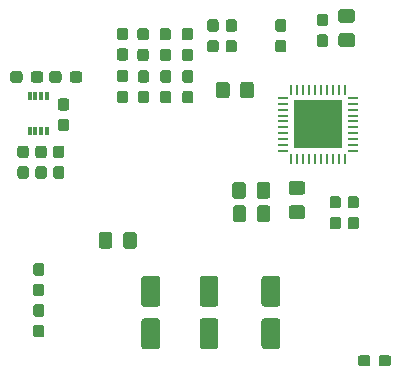
<source format=gbr>
G04 #@! TF.GenerationSoftware,KiCad,Pcbnew,(5.1.5)-3*
G04 #@! TF.CreationDate,2021-07-18T18:30:31+02:00*
G04 #@! TF.ProjectId,sDrive1,73447269-7665-4312-9e6b-696361645f70,rev?*
G04 #@! TF.SameCoordinates,Original*
G04 #@! TF.FileFunction,Paste,Top*
G04 #@! TF.FilePolarity,Positive*
%FSLAX46Y46*%
G04 Gerber Fmt 4.6, Leading zero omitted, Abs format (unit mm)*
G04 Created by KiCad (PCBNEW (5.1.5)-3) date 2021-07-18 18:30:31*
%MOMM*%
%LPD*%
G04 APERTURE LIST*
%ADD10C,0.100000*%
%ADD11R,0.300000X0.750000*%
%ADD12R,0.260000X0.880000*%
%ADD13R,0.880000X0.260000*%
%ADD14R,4.150000X4.150000*%
G04 APERTURE END LIST*
D10*
G36*
X11436779Y8030856D02*
G01*
X11459834Y8027437D01*
X11482443Y8021773D01*
X11504387Y8013921D01*
X11525457Y8003956D01*
X11545448Y7991974D01*
X11564168Y7978090D01*
X11581438Y7962438D01*
X11597090Y7945168D01*
X11610974Y7926448D01*
X11622956Y7906457D01*
X11632921Y7885387D01*
X11640773Y7863443D01*
X11646437Y7840834D01*
X11649856Y7817779D01*
X11651000Y7794500D01*
X11651000Y7219500D01*
X11649856Y7196221D01*
X11646437Y7173166D01*
X11640773Y7150557D01*
X11632921Y7128613D01*
X11622956Y7107543D01*
X11610974Y7087552D01*
X11597090Y7068832D01*
X11581438Y7051562D01*
X11564168Y7035910D01*
X11545448Y7022026D01*
X11525457Y7010044D01*
X11504387Y7000079D01*
X11482443Y6992227D01*
X11459834Y6986563D01*
X11436779Y6983144D01*
X11413500Y6982000D01*
X10938500Y6982000D01*
X10915221Y6983144D01*
X10892166Y6986563D01*
X10869557Y6992227D01*
X10847613Y7000079D01*
X10826543Y7010044D01*
X10806552Y7022026D01*
X10787832Y7035910D01*
X10770562Y7051562D01*
X10754910Y7068832D01*
X10741026Y7087552D01*
X10729044Y7107543D01*
X10719079Y7128613D01*
X10711227Y7150557D01*
X10705563Y7173166D01*
X10702144Y7196221D01*
X10701000Y7219500D01*
X10701000Y7794500D01*
X10702144Y7817779D01*
X10705563Y7840834D01*
X10711227Y7863443D01*
X10719079Y7885387D01*
X10729044Y7906457D01*
X10741026Y7926448D01*
X10754910Y7945168D01*
X10770562Y7962438D01*
X10787832Y7978090D01*
X10806552Y7991974D01*
X10826543Y8003956D01*
X10847613Y8013921D01*
X10869557Y8021773D01*
X10892166Y8027437D01*
X10915221Y8030856D01*
X10938500Y8032000D01*
X11413500Y8032000D01*
X11436779Y8030856D01*
G37*
G36*
X11436779Y9780856D02*
G01*
X11459834Y9777437D01*
X11482443Y9771773D01*
X11504387Y9763921D01*
X11525457Y9753956D01*
X11545448Y9741974D01*
X11564168Y9728090D01*
X11581438Y9712438D01*
X11597090Y9695168D01*
X11610974Y9676448D01*
X11622956Y9656457D01*
X11632921Y9635387D01*
X11640773Y9613443D01*
X11646437Y9590834D01*
X11649856Y9567779D01*
X11651000Y9544500D01*
X11651000Y8969500D01*
X11649856Y8946221D01*
X11646437Y8923166D01*
X11640773Y8900557D01*
X11632921Y8878613D01*
X11622956Y8857543D01*
X11610974Y8837552D01*
X11597090Y8818832D01*
X11581438Y8801562D01*
X11564168Y8785910D01*
X11545448Y8772026D01*
X11525457Y8760044D01*
X11504387Y8750079D01*
X11482443Y8742227D01*
X11459834Y8736563D01*
X11436779Y8733144D01*
X11413500Y8732000D01*
X10938500Y8732000D01*
X10915221Y8733144D01*
X10892166Y8736563D01*
X10869557Y8742227D01*
X10847613Y8750079D01*
X10826543Y8760044D01*
X10806552Y8772026D01*
X10787832Y8785910D01*
X10770562Y8801562D01*
X10754910Y8818832D01*
X10741026Y8837552D01*
X10729044Y8857543D01*
X10719079Y8878613D01*
X10711227Y8900557D01*
X10705563Y8923166D01*
X10702144Y8946221D01*
X10701000Y8969500D01*
X10701000Y9544500D01*
X10702144Y9567779D01*
X10705563Y9590834D01*
X10711227Y9613443D01*
X10719079Y9635387D01*
X10729044Y9656457D01*
X10741026Y9676448D01*
X10754910Y9695168D01*
X10770562Y9712438D01*
X10787832Y9728090D01*
X10806552Y9741974D01*
X10826543Y9753956D01*
X10847613Y9763921D01*
X10869557Y9771773D01*
X10892166Y9777437D01*
X10915221Y9780856D01*
X10938500Y9782000D01*
X11413500Y9782000D01*
X11436779Y9780856D01*
G37*
D11*
X11906000Y21002000D03*
X11406000Y21002000D03*
X10906000Y21002000D03*
X10406000Y21002000D03*
X10406000Y23902000D03*
X10906000Y23902000D03*
X11406000Y23902000D03*
X11906000Y23902000D03*
D10*
G36*
X9595779Y26025856D02*
G01*
X9618834Y26022437D01*
X9641443Y26016773D01*
X9663387Y26008921D01*
X9684457Y25998956D01*
X9704448Y25986974D01*
X9723168Y25973090D01*
X9740438Y25957438D01*
X9756090Y25940168D01*
X9769974Y25921448D01*
X9781956Y25901457D01*
X9791921Y25880387D01*
X9799773Y25858443D01*
X9805437Y25835834D01*
X9808856Y25812779D01*
X9810000Y25789500D01*
X9810000Y25314500D01*
X9808856Y25291221D01*
X9805437Y25268166D01*
X9799773Y25245557D01*
X9791921Y25223613D01*
X9781956Y25202543D01*
X9769974Y25182552D01*
X9756090Y25163832D01*
X9740438Y25146562D01*
X9723168Y25130910D01*
X9704448Y25117026D01*
X9684457Y25105044D01*
X9663387Y25095079D01*
X9641443Y25087227D01*
X9618834Y25081563D01*
X9595779Y25078144D01*
X9572500Y25077000D01*
X8997500Y25077000D01*
X8974221Y25078144D01*
X8951166Y25081563D01*
X8928557Y25087227D01*
X8906613Y25095079D01*
X8885543Y25105044D01*
X8865552Y25117026D01*
X8846832Y25130910D01*
X8829562Y25146562D01*
X8813910Y25163832D01*
X8800026Y25182552D01*
X8788044Y25202543D01*
X8778079Y25223613D01*
X8770227Y25245557D01*
X8764563Y25268166D01*
X8761144Y25291221D01*
X8760000Y25314500D01*
X8760000Y25789500D01*
X8761144Y25812779D01*
X8764563Y25835834D01*
X8770227Y25858443D01*
X8778079Y25880387D01*
X8788044Y25901457D01*
X8800026Y25921448D01*
X8813910Y25940168D01*
X8829562Y25957438D01*
X8846832Y25973090D01*
X8865552Y25986974D01*
X8885543Y25998956D01*
X8906613Y26008921D01*
X8928557Y26016773D01*
X8951166Y26022437D01*
X8974221Y26025856D01*
X8997500Y26027000D01*
X9572500Y26027000D01*
X9595779Y26025856D01*
G37*
G36*
X11345779Y26025856D02*
G01*
X11368834Y26022437D01*
X11391443Y26016773D01*
X11413387Y26008921D01*
X11434457Y25998956D01*
X11454448Y25986974D01*
X11473168Y25973090D01*
X11490438Y25957438D01*
X11506090Y25940168D01*
X11519974Y25921448D01*
X11531956Y25901457D01*
X11541921Y25880387D01*
X11549773Y25858443D01*
X11555437Y25835834D01*
X11558856Y25812779D01*
X11560000Y25789500D01*
X11560000Y25314500D01*
X11558856Y25291221D01*
X11555437Y25268166D01*
X11549773Y25245557D01*
X11541921Y25223613D01*
X11531956Y25202543D01*
X11519974Y25182552D01*
X11506090Y25163832D01*
X11490438Y25146562D01*
X11473168Y25130910D01*
X11454448Y25117026D01*
X11434457Y25105044D01*
X11413387Y25095079D01*
X11391443Y25087227D01*
X11368834Y25081563D01*
X11345779Y25078144D01*
X11322500Y25077000D01*
X10747500Y25077000D01*
X10724221Y25078144D01*
X10701166Y25081563D01*
X10678557Y25087227D01*
X10656613Y25095079D01*
X10635543Y25105044D01*
X10615552Y25117026D01*
X10596832Y25130910D01*
X10579562Y25146562D01*
X10563910Y25163832D01*
X10550026Y25182552D01*
X10538044Y25202543D01*
X10528079Y25223613D01*
X10520227Y25245557D01*
X10514563Y25268166D01*
X10511144Y25291221D01*
X10510000Y25314500D01*
X10510000Y25789500D01*
X10511144Y25812779D01*
X10514563Y25835834D01*
X10520227Y25858443D01*
X10528079Y25880387D01*
X10538044Y25901457D01*
X10550026Y25921448D01*
X10563910Y25940168D01*
X10579562Y25957438D01*
X10596832Y25973090D01*
X10615552Y25986974D01*
X10635543Y25998956D01*
X10656613Y26008921D01*
X10678557Y26016773D01*
X10701166Y26022437D01*
X10724221Y26025856D01*
X10747500Y26027000D01*
X11322500Y26027000D01*
X11345779Y26025856D01*
G37*
G36*
X13146779Y19740856D02*
G01*
X13169834Y19737437D01*
X13192443Y19731773D01*
X13214387Y19723921D01*
X13235457Y19713956D01*
X13255448Y19701974D01*
X13274168Y19688090D01*
X13291438Y19672438D01*
X13307090Y19655168D01*
X13320974Y19636448D01*
X13332956Y19616457D01*
X13342921Y19595387D01*
X13350773Y19573443D01*
X13356437Y19550834D01*
X13359856Y19527779D01*
X13361000Y19504500D01*
X13361000Y18929500D01*
X13359856Y18906221D01*
X13356437Y18883166D01*
X13350773Y18860557D01*
X13342921Y18838613D01*
X13332956Y18817543D01*
X13320974Y18797552D01*
X13307090Y18778832D01*
X13291438Y18761562D01*
X13274168Y18745910D01*
X13255448Y18732026D01*
X13235457Y18720044D01*
X13214387Y18710079D01*
X13192443Y18702227D01*
X13169834Y18696563D01*
X13146779Y18693144D01*
X13123500Y18692000D01*
X12648500Y18692000D01*
X12625221Y18693144D01*
X12602166Y18696563D01*
X12579557Y18702227D01*
X12557613Y18710079D01*
X12536543Y18720044D01*
X12516552Y18732026D01*
X12497832Y18745910D01*
X12480562Y18761562D01*
X12464910Y18778832D01*
X12451026Y18797552D01*
X12439044Y18817543D01*
X12429079Y18838613D01*
X12421227Y18860557D01*
X12415563Y18883166D01*
X12412144Y18906221D01*
X12411000Y18929500D01*
X12411000Y19504500D01*
X12412144Y19527779D01*
X12415563Y19550834D01*
X12421227Y19573443D01*
X12429079Y19595387D01*
X12439044Y19616457D01*
X12451026Y19636448D01*
X12464910Y19655168D01*
X12480562Y19672438D01*
X12497832Y19688090D01*
X12516552Y19701974D01*
X12536543Y19713956D01*
X12557613Y19723921D01*
X12579557Y19731773D01*
X12602166Y19737437D01*
X12625221Y19740856D01*
X12648500Y19742000D01*
X13123500Y19742000D01*
X13146779Y19740856D01*
G37*
G36*
X13146779Y17990856D02*
G01*
X13169834Y17987437D01*
X13192443Y17981773D01*
X13214387Y17973921D01*
X13235457Y17963956D01*
X13255448Y17951974D01*
X13274168Y17938090D01*
X13291438Y17922438D01*
X13307090Y17905168D01*
X13320974Y17886448D01*
X13332956Y17866457D01*
X13342921Y17845387D01*
X13350773Y17823443D01*
X13356437Y17800834D01*
X13359856Y17777779D01*
X13361000Y17754500D01*
X13361000Y17179500D01*
X13359856Y17156221D01*
X13356437Y17133166D01*
X13350773Y17110557D01*
X13342921Y17088613D01*
X13332956Y17067543D01*
X13320974Y17047552D01*
X13307090Y17028832D01*
X13291438Y17011562D01*
X13274168Y16995910D01*
X13255448Y16982026D01*
X13235457Y16970044D01*
X13214387Y16960079D01*
X13192443Y16952227D01*
X13169834Y16946563D01*
X13146779Y16943144D01*
X13123500Y16942000D01*
X12648500Y16942000D01*
X12625221Y16943144D01*
X12602166Y16946563D01*
X12579557Y16952227D01*
X12557613Y16960079D01*
X12536543Y16970044D01*
X12516552Y16982026D01*
X12497832Y16995910D01*
X12480562Y17011562D01*
X12464910Y17028832D01*
X12451026Y17047552D01*
X12439044Y17067543D01*
X12429079Y17088613D01*
X12421227Y17110557D01*
X12415563Y17133166D01*
X12412144Y17156221D01*
X12411000Y17179500D01*
X12411000Y17754500D01*
X12412144Y17777779D01*
X12415563Y17800834D01*
X12421227Y17823443D01*
X12429079Y17845387D01*
X12439044Y17866457D01*
X12451026Y17886448D01*
X12464910Y17905168D01*
X12480562Y17922438D01*
X12497832Y17938090D01*
X12516552Y17951974D01*
X12536543Y17963956D01*
X12557613Y17973921D01*
X12579557Y17981773D01*
X12602166Y17987437D01*
X12625221Y17990856D01*
X12648500Y17992000D01*
X13123500Y17992000D01*
X13146779Y17990856D01*
G37*
G36*
X11636779Y19740856D02*
G01*
X11659834Y19737437D01*
X11682443Y19731773D01*
X11704387Y19723921D01*
X11725457Y19713956D01*
X11745448Y19701974D01*
X11764168Y19688090D01*
X11781438Y19672438D01*
X11797090Y19655168D01*
X11810974Y19636448D01*
X11822956Y19616457D01*
X11832921Y19595387D01*
X11840773Y19573443D01*
X11846437Y19550834D01*
X11849856Y19527779D01*
X11851000Y19504500D01*
X11851000Y18929500D01*
X11849856Y18906221D01*
X11846437Y18883166D01*
X11840773Y18860557D01*
X11832921Y18838613D01*
X11822956Y18817543D01*
X11810974Y18797552D01*
X11797090Y18778832D01*
X11781438Y18761562D01*
X11764168Y18745910D01*
X11745448Y18732026D01*
X11725457Y18720044D01*
X11704387Y18710079D01*
X11682443Y18702227D01*
X11659834Y18696563D01*
X11636779Y18693144D01*
X11613500Y18692000D01*
X11138500Y18692000D01*
X11115221Y18693144D01*
X11092166Y18696563D01*
X11069557Y18702227D01*
X11047613Y18710079D01*
X11026543Y18720044D01*
X11006552Y18732026D01*
X10987832Y18745910D01*
X10970562Y18761562D01*
X10954910Y18778832D01*
X10941026Y18797552D01*
X10929044Y18817543D01*
X10919079Y18838613D01*
X10911227Y18860557D01*
X10905563Y18883166D01*
X10902144Y18906221D01*
X10901000Y18929500D01*
X10901000Y19504500D01*
X10902144Y19527779D01*
X10905563Y19550834D01*
X10911227Y19573443D01*
X10919079Y19595387D01*
X10929044Y19616457D01*
X10941026Y19636448D01*
X10954910Y19655168D01*
X10970562Y19672438D01*
X10987832Y19688090D01*
X11006552Y19701974D01*
X11026543Y19713956D01*
X11047613Y19723921D01*
X11069557Y19731773D01*
X11092166Y19737437D01*
X11115221Y19740856D01*
X11138500Y19742000D01*
X11613500Y19742000D01*
X11636779Y19740856D01*
G37*
G36*
X11636779Y17990856D02*
G01*
X11659834Y17987437D01*
X11682443Y17981773D01*
X11704387Y17973921D01*
X11725457Y17963956D01*
X11745448Y17951974D01*
X11764168Y17938090D01*
X11781438Y17922438D01*
X11797090Y17905168D01*
X11810974Y17886448D01*
X11822956Y17866457D01*
X11832921Y17845387D01*
X11840773Y17823443D01*
X11846437Y17800834D01*
X11849856Y17777779D01*
X11851000Y17754500D01*
X11851000Y17179500D01*
X11849856Y17156221D01*
X11846437Y17133166D01*
X11840773Y17110557D01*
X11832921Y17088613D01*
X11822956Y17067543D01*
X11810974Y17047552D01*
X11797090Y17028832D01*
X11781438Y17011562D01*
X11764168Y16995910D01*
X11745448Y16982026D01*
X11725457Y16970044D01*
X11704387Y16960079D01*
X11682443Y16952227D01*
X11659834Y16946563D01*
X11636779Y16943144D01*
X11613500Y16942000D01*
X11138500Y16942000D01*
X11115221Y16943144D01*
X11092166Y16946563D01*
X11069557Y16952227D01*
X11047613Y16960079D01*
X11026543Y16970044D01*
X11006552Y16982026D01*
X10987832Y16995910D01*
X10970562Y17011562D01*
X10954910Y17028832D01*
X10941026Y17047552D01*
X10929044Y17067543D01*
X10919079Y17088613D01*
X10911227Y17110557D01*
X10905563Y17133166D01*
X10902144Y17156221D01*
X10901000Y17179500D01*
X10901000Y17754500D01*
X10902144Y17777779D01*
X10905563Y17800834D01*
X10911227Y17823443D01*
X10919079Y17845387D01*
X10929044Y17866457D01*
X10941026Y17886448D01*
X10954910Y17905168D01*
X10970562Y17922438D01*
X10987832Y17938090D01*
X11006552Y17951974D01*
X11026543Y17963956D01*
X11047613Y17973921D01*
X11069557Y17981773D01*
X11092166Y17987437D01*
X11115221Y17990856D01*
X11138500Y17992000D01*
X11613500Y17992000D01*
X11636779Y17990856D01*
G37*
G36*
X10116779Y19740856D02*
G01*
X10139834Y19737437D01*
X10162443Y19731773D01*
X10184387Y19723921D01*
X10205457Y19713956D01*
X10225448Y19701974D01*
X10244168Y19688090D01*
X10261438Y19672438D01*
X10277090Y19655168D01*
X10290974Y19636448D01*
X10302956Y19616457D01*
X10312921Y19595387D01*
X10320773Y19573443D01*
X10326437Y19550834D01*
X10329856Y19527779D01*
X10331000Y19504500D01*
X10331000Y18929500D01*
X10329856Y18906221D01*
X10326437Y18883166D01*
X10320773Y18860557D01*
X10312921Y18838613D01*
X10302956Y18817543D01*
X10290974Y18797552D01*
X10277090Y18778832D01*
X10261438Y18761562D01*
X10244168Y18745910D01*
X10225448Y18732026D01*
X10205457Y18720044D01*
X10184387Y18710079D01*
X10162443Y18702227D01*
X10139834Y18696563D01*
X10116779Y18693144D01*
X10093500Y18692000D01*
X9618500Y18692000D01*
X9595221Y18693144D01*
X9572166Y18696563D01*
X9549557Y18702227D01*
X9527613Y18710079D01*
X9506543Y18720044D01*
X9486552Y18732026D01*
X9467832Y18745910D01*
X9450562Y18761562D01*
X9434910Y18778832D01*
X9421026Y18797552D01*
X9409044Y18817543D01*
X9399079Y18838613D01*
X9391227Y18860557D01*
X9385563Y18883166D01*
X9382144Y18906221D01*
X9381000Y18929500D01*
X9381000Y19504500D01*
X9382144Y19527779D01*
X9385563Y19550834D01*
X9391227Y19573443D01*
X9399079Y19595387D01*
X9409044Y19616457D01*
X9421026Y19636448D01*
X9434910Y19655168D01*
X9450562Y19672438D01*
X9467832Y19688090D01*
X9486552Y19701974D01*
X9506543Y19713956D01*
X9527613Y19723921D01*
X9549557Y19731773D01*
X9572166Y19737437D01*
X9595221Y19740856D01*
X9618500Y19742000D01*
X10093500Y19742000D01*
X10116779Y19740856D01*
G37*
G36*
X10116779Y17990856D02*
G01*
X10139834Y17987437D01*
X10162443Y17981773D01*
X10184387Y17973921D01*
X10205457Y17963956D01*
X10225448Y17951974D01*
X10244168Y17938090D01*
X10261438Y17922438D01*
X10277090Y17905168D01*
X10290974Y17886448D01*
X10302956Y17866457D01*
X10312921Y17845387D01*
X10320773Y17823443D01*
X10326437Y17800834D01*
X10329856Y17777779D01*
X10331000Y17754500D01*
X10331000Y17179500D01*
X10329856Y17156221D01*
X10326437Y17133166D01*
X10320773Y17110557D01*
X10312921Y17088613D01*
X10302956Y17067543D01*
X10290974Y17047552D01*
X10277090Y17028832D01*
X10261438Y17011562D01*
X10244168Y16995910D01*
X10225448Y16982026D01*
X10205457Y16970044D01*
X10184387Y16960079D01*
X10162443Y16952227D01*
X10139834Y16946563D01*
X10116779Y16943144D01*
X10093500Y16942000D01*
X9618500Y16942000D01*
X9595221Y16943144D01*
X9572166Y16946563D01*
X9549557Y16952227D01*
X9527613Y16960079D01*
X9506543Y16970044D01*
X9486552Y16982026D01*
X9467832Y16995910D01*
X9450562Y17011562D01*
X9434910Y17028832D01*
X9421026Y17047552D01*
X9409044Y17067543D01*
X9399079Y17088613D01*
X9391227Y17110557D01*
X9385563Y17133166D01*
X9382144Y17156221D01*
X9381000Y17179500D01*
X9381000Y17754500D01*
X9382144Y17777779D01*
X9385563Y17800834D01*
X9391227Y17823443D01*
X9399079Y17845387D01*
X9409044Y17866457D01*
X9421026Y17886448D01*
X9434910Y17905168D01*
X9450562Y17922438D01*
X9467832Y17938090D01*
X9486552Y17951974D01*
X9506543Y17963956D01*
X9527613Y17973921D01*
X9549557Y17981773D01*
X9572166Y17987437D01*
X9595221Y17990856D01*
X9618500Y17992000D01*
X10093500Y17992000D01*
X10116779Y17990856D01*
G37*
G36*
X12897779Y26025856D02*
G01*
X12920834Y26022437D01*
X12943443Y26016773D01*
X12965387Y26008921D01*
X12986457Y25998956D01*
X13006448Y25986974D01*
X13025168Y25973090D01*
X13042438Y25957438D01*
X13058090Y25940168D01*
X13071974Y25921448D01*
X13083956Y25901457D01*
X13093921Y25880387D01*
X13101773Y25858443D01*
X13107437Y25835834D01*
X13110856Y25812779D01*
X13112000Y25789500D01*
X13112000Y25314500D01*
X13110856Y25291221D01*
X13107437Y25268166D01*
X13101773Y25245557D01*
X13093921Y25223613D01*
X13083956Y25202543D01*
X13071974Y25182552D01*
X13058090Y25163832D01*
X13042438Y25146562D01*
X13025168Y25130910D01*
X13006448Y25117026D01*
X12986457Y25105044D01*
X12965387Y25095079D01*
X12943443Y25087227D01*
X12920834Y25081563D01*
X12897779Y25078144D01*
X12874500Y25077000D01*
X12299500Y25077000D01*
X12276221Y25078144D01*
X12253166Y25081563D01*
X12230557Y25087227D01*
X12208613Y25095079D01*
X12187543Y25105044D01*
X12167552Y25117026D01*
X12148832Y25130910D01*
X12131562Y25146562D01*
X12115910Y25163832D01*
X12102026Y25182552D01*
X12090044Y25202543D01*
X12080079Y25223613D01*
X12072227Y25245557D01*
X12066563Y25268166D01*
X12063144Y25291221D01*
X12062000Y25314500D01*
X12062000Y25789500D01*
X12063144Y25812779D01*
X12066563Y25835834D01*
X12072227Y25858443D01*
X12080079Y25880387D01*
X12090044Y25901457D01*
X12102026Y25921448D01*
X12115910Y25940168D01*
X12131562Y25957438D01*
X12148832Y25973090D01*
X12167552Y25986974D01*
X12187543Y25998956D01*
X12208613Y26008921D01*
X12230557Y26016773D01*
X12253166Y26022437D01*
X12276221Y26025856D01*
X12299500Y26027000D01*
X12874500Y26027000D01*
X12897779Y26025856D01*
G37*
G36*
X14647779Y26025856D02*
G01*
X14670834Y26022437D01*
X14693443Y26016773D01*
X14715387Y26008921D01*
X14736457Y25998956D01*
X14756448Y25986974D01*
X14775168Y25973090D01*
X14792438Y25957438D01*
X14808090Y25940168D01*
X14821974Y25921448D01*
X14833956Y25901457D01*
X14843921Y25880387D01*
X14851773Y25858443D01*
X14857437Y25835834D01*
X14860856Y25812779D01*
X14862000Y25789500D01*
X14862000Y25314500D01*
X14860856Y25291221D01*
X14857437Y25268166D01*
X14851773Y25245557D01*
X14843921Y25223613D01*
X14833956Y25202543D01*
X14821974Y25182552D01*
X14808090Y25163832D01*
X14792438Y25146562D01*
X14775168Y25130910D01*
X14756448Y25117026D01*
X14736457Y25105044D01*
X14715387Y25095079D01*
X14693443Y25087227D01*
X14670834Y25081563D01*
X14647779Y25078144D01*
X14624500Y25077000D01*
X14049500Y25077000D01*
X14026221Y25078144D01*
X14003166Y25081563D01*
X13980557Y25087227D01*
X13958613Y25095079D01*
X13937543Y25105044D01*
X13917552Y25117026D01*
X13898832Y25130910D01*
X13881562Y25146562D01*
X13865910Y25163832D01*
X13852026Y25182552D01*
X13840044Y25202543D01*
X13830079Y25223613D01*
X13822227Y25245557D01*
X13816563Y25268166D01*
X13813144Y25291221D01*
X13812000Y25314500D01*
X13812000Y25789500D01*
X13813144Y25812779D01*
X13816563Y25835834D01*
X13822227Y25858443D01*
X13830079Y25880387D01*
X13840044Y25901457D01*
X13852026Y25921448D01*
X13865910Y25940168D01*
X13881562Y25957438D01*
X13898832Y25973090D01*
X13917552Y25986974D01*
X13937543Y25998956D01*
X13958613Y26008921D01*
X13980557Y26016773D01*
X14003166Y26022437D01*
X14026221Y26025856D01*
X14049500Y26027000D01*
X14624500Y26027000D01*
X14647779Y26025856D01*
G37*
G36*
X13546779Y23750856D02*
G01*
X13569834Y23747437D01*
X13592443Y23741773D01*
X13614387Y23733921D01*
X13635457Y23723956D01*
X13655448Y23711974D01*
X13674168Y23698090D01*
X13691438Y23682438D01*
X13707090Y23665168D01*
X13720974Y23646448D01*
X13732956Y23626457D01*
X13742921Y23605387D01*
X13750773Y23583443D01*
X13756437Y23560834D01*
X13759856Y23537779D01*
X13761000Y23514500D01*
X13761000Y22939500D01*
X13759856Y22916221D01*
X13756437Y22893166D01*
X13750773Y22870557D01*
X13742921Y22848613D01*
X13732956Y22827543D01*
X13720974Y22807552D01*
X13707090Y22788832D01*
X13691438Y22771562D01*
X13674168Y22755910D01*
X13655448Y22742026D01*
X13635457Y22730044D01*
X13614387Y22720079D01*
X13592443Y22712227D01*
X13569834Y22706563D01*
X13546779Y22703144D01*
X13523500Y22702000D01*
X13048500Y22702000D01*
X13025221Y22703144D01*
X13002166Y22706563D01*
X12979557Y22712227D01*
X12957613Y22720079D01*
X12936543Y22730044D01*
X12916552Y22742026D01*
X12897832Y22755910D01*
X12880562Y22771562D01*
X12864910Y22788832D01*
X12851026Y22807552D01*
X12839044Y22827543D01*
X12829079Y22848613D01*
X12821227Y22870557D01*
X12815563Y22893166D01*
X12812144Y22916221D01*
X12811000Y22939500D01*
X12811000Y23514500D01*
X12812144Y23537779D01*
X12815563Y23560834D01*
X12821227Y23583443D01*
X12829079Y23605387D01*
X12839044Y23626457D01*
X12851026Y23646448D01*
X12864910Y23665168D01*
X12880562Y23682438D01*
X12897832Y23698090D01*
X12916552Y23711974D01*
X12936543Y23723956D01*
X12957613Y23733921D01*
X12979557Y23741773D01*
X13002166Y23747437D01*
X13025221Y23750856D01*
X13048500Y23752000D01*
X13523500Y23752000D01*
X13546779Y23750856D01*
G37*
G36*
X13546779Y22000856D02*
G01*
X13569834Y21997437D01*
X13592443Y21991773D01*
X13614387Y21983921D01*
X13635457Y21973956D01*
X13655448Y21961974D01*
X13674168Y21948090D01*
X13691438Y21932438D01*
X13707090Y21915168D01*
X13720974Y21896448D01*
X13732956Y21876457D01*
X13742921Y21855387D01*
X13750773Y21833443D01*
X13756437Y21810834D01*
X13759856Y21787779D01*
X13761000Y21764500D01*
X13761000Y21189500D01*
X13759856Y21166221D01*
X13756437Y21143166D01*
X13750773Y21120557D01*
X13742921Y21098613D01*
X13732956Y21077543D01*
X13720974Y21057552D01*
X13707090Y21038832D01*
X13691438Y21021562D01*
X13674168Y21005910D01*
X13655448Y20992026D01*
X13635457Y20980044D01*
X13614387Y20970079D01*
X13592443Y20962227D01*
X13569834Y20956563D01*
X13546779Y20953144D01*
X13523500Y20952000D01*
X13048500Y20952000D01*
X13025221Y20953144D01*
X13002166Y20956563D01*
X12979557Y20962227D01*
X12957613Y20970079D01*
X12936543Y20980044D01*
X12916552Y20992026D01*
X12897832Y21005910D01*
X12880562Y21021562D01*
X12864910Y21038832D01*
X12851026Y21057552D01*
X12839044Y21077543D01*
X12829079Y21098613D01*
X12821227Y21120557D01*
X12815563Y21143166D01*
X12812144Y21166221D01*
X12811000Y21189500D01*
X12811000Y21764500D01*
X12812144Y21787779D01*
X12815563Y21810834D01*
X12821227Y21833443D01*
X12829079Y21855387D01*
X12839044Y21876457D01*
X12851026Y21896448D01*
X12864910Y21915168D01*
X12880562Y21932438D01*
X12897832Y21948090D01*
X12916552Y21961974D01*
X12936543Y21973956D01*
X12957613Y21983921D01*
X12979557Y21991773D01*
X13002166Y21997437D01*
X13025221Y22000856D01*
X13048500Y22002000D01*
X13523500Y22002000D01*
X13546779Y22000856D01*
G37*
G36*
X31414504Y5108796D02*
G01*
X31438773Y5105196D01*
X31462571Y5099235D01*
X31485671Y5090970D01*
X31507849Y5080480D01*
X31528893Y5067867D01*
X31548598Y5053253D01*
X31566777Y5036777D01*
X31583253Y5018598D01*
X31597867Y4998893D01*
X31610480Y4977849D01*
X31620970Y4955671D01*
X31629235Y4932571D01*
X31635196Y4908773D01*
X31638796Y4884504D01*
X31640000Y4860000D01*
X31640000Y2760000D01*
X31638796Y2735496D01*
X31635196Y2711227D01*
X31629235Y2687429D01*
X31620970Y2664329D01*
X31610480Y2642151D01*
X31597867Y2621107D01*
X31583253Y2601402D01*
X31566777Y2583223D01*
X31548598Y2566747D01*
X31528893Y2552133D01*
X31507849Y2539520D01*
X31485671Y2529030D01*
X31462571Y2520765D01*
X31438773Y2514804D01*
X31414504Y2511204D01*
X31390000Y2510000D01*
X30290000Y2510000D01*
X30265496Y2511204D01*
X30241227Y2514804D01*
X30217429Y2520765D01*
X30194329Y2529030D01*
X30172151Y2539520D01*
X30151107Y2552133D01*
X30131402Y2566747D01*
X30113223Y2583223D01*
X30096747Y2601402D01*
X30082133Y2621107D01*
X30069520Y2642151D01*
X30059030Y2664329D01*
X30050765Y2687429D01*
X30044804Y2711227D01*
X30041204Y2735496D01*
X30040000Y2760000D01*
X30040000Y4860000D01*
X30041204Y4884504D01*
X30044804Y4908773D01*
X30050765Y4932571D01*
X30059030Y4955671D01*
X30069520Y4977849D01*
X30082133Y4998893D01*
X30096747Y5018598D01*
X30113223Y5036777D01*
X30131402Y5053253D01*
X30151107Y5067867D01*
X30172151Y5080480D01*
X30194329Y5090970D01*
X30217429Y5099235D01*
X30241227Y5105196D01*
X30265496Y5108796D01*
X30290000Y5110000D01*
X31390000Y5110000D01*
X31414504Y5108796D01*
G37*
G36*
X31414504Y8708796D02*
G01*
X31438773Y8705196D01*
X31462571Y8699235D01*
X31485671Y8690970D01*
X31507849Y8680480D01*
X31528893Y8667867D01*
X31548598Y8653253D01*
X31566777Y8636777D01*
X31583253Y8618598D01*
X31597867Y8598893D01*
X31610480Y8577849D01*
X31620970Y8555671D01*
X31629235Y8532571D01*
X31635196Y8508773D01*
X31638796Y8484504D01*
X31640000Y8460000D01*
X31640000Y6360000D01*
X31638796Y6335496D01*
X31635196Y6311227D01*
X31629235Y6287429D01*
X31620970Y6264329D01*
X31610480Y6242151D01*
X31597867Y6221107D01*
X31583253Y6201402D01*
X31566777Y6183223D01*
X31548598Y6166747D01*
X31528893Y6152133D01*
X31507849Y6139520D01*
X31485671Y6129030D01*
X31462571Y6120765D01*
X31438773Y6114804D01*
X31414504Y6111204D01*
X31390000Y6110000D01*
X30290000Y6110000D01*
X30265496Y6111204D01*
X30241227Y6114804D01*
X30217429Y6120765D01*
X30194329Y6129030D01*
X30172151Y6139520D01*
X30151107Y6152133D01*
X30131402Y6166747D01*
X30113223Y6183223D01*
X30096747Y6201402D01*
X30082133Y6221107D01*
X30069520Y6242151D01*
X30059030Y6264329D01*
X30050765Y6287429D01*
X30044804Y6311227D01*
X30041204Y6335496D01*
X30040000Y6360000D01*
X30040000Y8460000D01*
X30041204Y8484504D01*
X30044804Y8508773D01*
X30050765Y8532571D01*
X30059030Y8555671D01*
X30069520Y8577849D01*
X30082133Y8598893D01*
X30096747Y8618598D01*
X30113223Y8636777D01*
X30131402Y8653253D01*
X30151107Y8667867D01*
X30172151Y8680480D01*
X30194329Y8690970D01*
X30217429Y8699235D01*
X30241227Y8705196D01*
X30265496Y8708796D01*
X30290000Y8710000D01*
X31390000Y8710000D01*
X31414504Y8708796D01*
G37*
G36*
X26174504Y5108796D02*
G01*
X26198773Y5105196D01*
X26222571Y5099235D01*
X26245671Y5090970D01*
X26267849Y5080480D01*
X26288893Y5067867D01*
X26308598Y5053253D01*
X26326777Y5036777D01*
X26343253Y5018598D01*
X26357867Y4998893D01*
X26370480Y4977849D01*
X26380970Y4955671D01*
X26389235Y4932571D01*
X26395196Y4908773D01*
X26398796Y4884504D01*
X26400000Y4860000D01*
X26400000Y2760000D01*
X26398796Y2735496D01*
X26395196Y2711227D01*
X26389235Y2687429D01*
X26380970Y2664329D01*
X26370480Y2642151D01*
X26357867Y2621107D01*
X26343253Y2601402D01*
X26326777Y2583223D01*
X26308598Y2566747D01*
X26288893Y2552133D01*
X26267849Y2539520D01*
X26245671Y2529030D01*
X26222571Y2520765D01*
X26198773Y2514804D01*
X26174504Y2511204D01*
X26150000Y2510000D01*
X25050000Y2510000D01*
X25025496Y2511204D01*
X25001227Y2514804D01*
X24977429Y2520765D01*
X24954329Y2529030D01*
X24932151Y2539520D01*
X24911107Y2552133D01*
X24891402Y2566747D01*
X24873223Y2583223D01*
X24856747Y2601402D01*
X24842133Y2621107D01*
X24829520Y2642151D01*
X24819030Y2664329D01*
X24810765Y2687429D01*
X24804804Y2711227D01*
X24801204Y2735496D01*
X24800000Y2760000D01*
X24800000Y4860000D01*
X24801204Y4884504D01*
X24804804Y4908773D01*
X24810765Y4932571D01*
X24819030Y4955671D01*
X24829520Y4977849D01*
X24842133Y4998893D01*
X24856747Y5018598D01*
X24873223Y5036777D01*
X24891402Y5053253D01*
X24911107Y5067867D01*
X24932151Y5080480D01*
X24954329Y5090970D01*
X24977429Y5099235D01*
X25001227Y5105196D01*
X25025496Y5108796D01*
X25050000Y5110000D01*
X26150000Y5110000D01*
X26174504Y5108796D01*
G37*
G36*
X26174504Y8708796D02*
G01*
X26198773Y8705196D01*
X26222571Y8699235D01*
X26245671Y8690970D01*
X26267849Y8680480D01*
X26288893Y8667867D01*
X26308598Y8653253D01*
X26326777Y8636777D01*
X26343253Y8618598D01*
X26357867Y8598893D01*
X26370480Y8577849D01*
X26380970Y8555671D01*
X26389235Y8532571D01*
X26395196Y8508773D01*
X26398796Y8484504D01*
X26400000Y8460000D01*
X26400000Y6360000D01*
X26398796Y6335496D01*
X26395196Y6311227D01*
X26389235Y6287429D01*
X26380970Y6264329D01*
X26370480Y6242151D01*
X26357867Y6221107D01*
X26343253Y6201402D01*
X26326777Y6183223D01*
X26308598Y6166747D01*
X26288893Y6152133D01*
X26267849Y6139520D01*
X26245671Y6129030D01*
X26222571Y6120765D01*
X26198773Y6114804D01*
X26174504Y6111204D01*
X26150000Y6110000D01*
X25050000Y6110000D01*
X25025496Y6111204D01*
X25001227Y6114804D01*
X24977429Y6120765D01*
X24954329Y6129030D01*
X24932151Y6139520D01*
X24911107Y6152133D01*
X24891402Y6166747D01*
X24873223Y6183223D01*
X24856747Y6201402D01*
X24842133Y6221107D01*
X24829520Y6242151D01*
X24819030Y6264329D01*
X24810765Y6287429D01*
X24804804Y6311227D01*
X24801204Y6335496D01*
X24800000Y6360000D01*
X24800000Y8460000D01*
X24801204Y8484504D01*
X24804804Y8508773D01*
X24810765Y8532571D01*
X24819030Y8555671D01*
X24829520Y8577849D01*
X24842133Y8598893D01*
X24856747Y8618598D01*
X24873223Y8636777D01*
X24891402Y8653253D01*
X24911107Y8667867D01*
X24932151Y8680480D01*
X24954329Y8690970D01*
X24977429Y8699235D01*
X25001227Y8705196D01*
X25025496Y8708796D01*
X25050000Y8710000D01*
X26150000Y8710000D01*
X26174504Y8708796D01*
G37*
G36*
X21244504Y5108796D02*
G01*
X21268773Y5105196D01*
X21292571Y5099235D01*
X21315671Y5090970D01*
X21337849Y5080480D01*
X21358893Y5067867D01*
X21378598Y5053253D01*
X21396777Y5036777D01*
X21413253Y5018598D01*
X21427867Y4998893D01*
X21440480Y4977849D01*
X21450970Y4955671D01*
X21459235Y4932571D01*
X21465196Y4908773D01*
X21468796Y4884504D01*
X21470000Y4860000D01*
X21470000Y2760000D01*
X21468796Y2735496D01*
X21465196Y2711227D01*
X21459235Y2687429D01*
X21450970Y2664329D01*
X21440480Y2642151D01*
X21427867Y2621107D01*
X21413253Y2601402D01*
X21396777Y2583223D01*
X21378598Y2566747D01*
X21358893Y2552133D01*
X21337849Y2539520D01*
X21315671Y2529030D01*
X21292571Y2520765D01*
X21268773Y2514804D01*
X21244504Y2511204D01*
X21220000Y2510000D01*
X20120000Y2510000D01*
X20095496Y2511204D01*
X20071227Y2514804D01*
X20047429Y2520765D01*
X20024329Y2529030D01*
X20002151Y2539520D01*
X19981107Y2552133D01*
X19961402Y2566747D01*
X19943223Y2583223D01*
X19926747Y2601402D01*
X19912133Y2621107D01*
X19899520Y2642151D01*
X19889030Y2664329D01*
X19880765Y2687429D01*
X19874804Y2711227D01*
X19871204Y2735496D01*
X19870000Y2760000D01*
X19870000Y4860000D01*
X19871204Y4884504D01*
X19874804Y4908773D01*
X19880765Y4932571D01*
X19889030Y4955671D01*
X19899520Y4977849D01*
X19912133Y4998893D01*
X19926747Y5018598D01*
X19943223Y5036777D01*
X19961402Y5053253D01*
X19981107Y5067867D01*
X20002151Y5080480D01*
X20024329Y5090970D01*
X20047429Y5099235D01*
X20071227Y5105196D01*
X20095496Y5108796D01*
X20120000Y5110000D01*
X21220000Y5110000D01*
X21244504Y5108796D01*
G37*
G36*
X21244504Y8708796D02*
G01*
X21268773Y8705196D01*
X21292571Y8699235D01*
X21315671Y8690970D01*
X21337849Y8680480D01*
X21358893Y8667867D01*
X21378598Y8653253D01*
X21396777Y8636777D01*
X21413253Y8618598D01*
X21427867Y8598893D01*
X21440480Y8577849D01*
X21450970Y8555671D01*
X21459235Y8532571D01*
X21465196Y8508773D01*
X21468796Y8484504D01*
X21470000Y8460000D01*
X21470000Y6360000D01*
X21468796Y6335496D01*
X21465196Y6311227D01*
X21459235Y6287429D01*
X21450970Y6264329D01*
X21440480Y6242151D01*
X21427867Y6221107D01*
X21413253Y6201402D01*
X21396777Y6183223D01*
X21378598Y6166747D01*
X21358893Y6152133D01*
X21337849Y6139520D01*
X21315671Y6129030D01*
X21292571Y6120765D01*
X21268773Y6114804D01*
X21244504Y6111204D01*
X21220000Y6110000D01*
X20120000Y6110000D01*
X20095496Y6111204D01*
X20071227Y6114804D01*
X20047429Y6120765D01*
X20024329Y6129030D01*
X20002151Y6139520D01*
X19981107Y6152133D01*
X19961402Y6166747D01*
X19943223Y6183223D01*
X19926747Y6201402D01*
X19912133Y6221107D01*
X19899520Y6242151D01*
X19889030Y6264329D01*
X19880765Y6287429D01*
X19874804Y6311227D01*
X19871204Y6335496D01*
X19870000Y6360000D01*
X19870000Y8460000D01*
X19871204Y8484504D01*
X19874804Y8508773D01*
X19880765Y8532571D01*
X19889030Y8555671D01*
X19899520Y8577849D01*
X19912133Y8598893D01*
X19926747Y8618598D01*
X19943223Y8636777D01*
X19961402Y8653253D01*
X19981107Y8667867D01*
X20002151Y8680480D01*
X20024329Y8690970D01*
X20047429Y8699235D01*
X20071227Y8705196D01*
X20095496Y8708796D01*
X20120000Y8710000D01*
X21220000Y8710000D01*
X21244504Y8708796D01*
G37*
G36*
X39040779Y1993856D02*
G01*
X39063834Y1990437D01*
X39086443Y1984773D01*
X39108387Y1976921D01*
X39129457Y1966956D01*
X39149448Y1954974D01*
X39168168Y1941090D01*
X39185438Y1925438D01*
X39201090Y1908168D01*
X39214974Y1889448D01*
X39226956Y1869457D01*
X39236921Y1848387D01*
X39244773Y1826443D01*
X39250437Y1803834D01*
X39253856Y1780779D01*
X39255000Y1757500D01*
X39255000Y1282500D01*
X39253856Y1259221D01*
X39250437Y1236166D01*
X39244773Y1213557D01*
X39236921Y1191613D01*
X39226956Y1170543D01*
X39214974Y1150552D01*
X39201090Y1131832D01*
X39185438Y1114562D01*
X39168168Y1098910D01*
X39149448Y1085026D01*
X39129457Y1073044D01*
X39108387Y1063079D01*
X39086443Y1055227D01*
X39063834Y1049563D01*
X39040779Y1046144D01*
X39017500Y1045000D01*
X38442500Y1045000D01*
X38419221Y1046144D01*
X38396166Y1049563D01*
X38373557Y1055227D01*
X38351613Y1063079D01*
X38330543Y1073044D01*
X38310552Y1085026D01*
X38291832Y1098910D01*
X38274562Y1114562D01*
X38258910Y1131832D01*
X38245026Y1150552D01*
X38233044Y1170543D01*
X38223079Y1191613D01*
X38215227Y1213557D01*
X38209563Y1236166D01*
X38206144Y1259221D01*
X38205000Y1282500D01*
X38205000Y1757500D01*
X38206144Y1780779D01*
X38209563Y1803834D01*
X38215227Y1826443D01*
X38223079Y1848387D01*
X38233044Y1869457D01*
X38245026Y1889448D01*
X38258910Y1908168D01*
X38274562Y1925438D01*
X38291832Y1941090D01*
X38310552Y1954974D01*
X38330543Y1966956D01*
X38351613Y1976921D01*
X38373557Y1984773D01*
X38396166Y1990437D01*
X38419221Y1993856D01*
X38442500Y1995000D01*
X39017500Y1995000D01*
X39040779Y1993856D01*
G37*
G36*
X40790779Y1993856D02*
G01*
X40813834Y1990437D01*
X40836443Y1984773D01*
X40858387Y1976921D01*
X40879457Y1966956D01*
X40899448Y1954974D01*
X40918168Y1941090D01*
X40935438Y1925438D01*
X40951090Y1908168D01*
X40964974Y1889448D01*
X40976956Y1869457D01*
X40986921Y1848387D01*
X40994773Y1826443D01*
X41000437Y1803834D01*
X41003856Y1780779D01*
X41005000Y1757500D01*
X41005000Y1282500D01*
X41003856Y1259221D01*
X41000437Y1236166D01*
X40994773Y1213557D01*
X40986921Y1191613D01*
X40976956Y1170543D01*
X40964974Y1150552D01*
X40951090Y1131832D01*
X40935438Y1114562D01*
X40918168Y1098910D01*
X40899448Y1085026D01*
X40879457Y1073044D01*
X40858387Y1063079D01*
X40836443Y1055227D01*
X40813834Y1049563D01*
X40790779Y1046144D01*
X40767500Y1045000D01*
X40192500Y1045000D01*
X40169221Y1046144D01*
X40146166Y1049563D01*
X40123557Y1055227D01*
X40101613Y1063079D01*
X40080543Y1073044D01*
X40060552Y1085026D01*
X40041832Y1098910D01*
X40024562Y1114562D01*
X40008910Y1131832D01*
X39995026Y1150552D01*
X39983044Y1170543D01*
X39973079Y1191613D01*
X39965227Y1213557D01*
X39959563Y1236166D01*
X39956144Y1259221D01*
X39955000Y1282500D01*
X39955000Y1757500D01*
X39956144Y1780779D01*
X39959563Y1803834D01*
X39965227Y1826443D01*
X39973079Y1848387D01*
X39983044Y1869457D01*
X39995026Y1889448D01*
X40008910Y1908168D01*
X40024562Y1925438D01*
X40041832Y1941090D01*
X40060552Y1954974D01*
X40080543Y1966956D01*
X40101613Y1976921D01*
X40123557Y1984773D01*
X40146166Y1990437D01*
X40169221Y1993856D01*
X40192500Y1995000D01*
X40767500Y1995000D01*
X40790779Y1993856D01*
G37*
D12*
X32580000Y18605000D03*
X33080000Y18605000D03*
X33580000Y18605000D03*
X34080000Y18605000D03*
X34580000Y18605000D03*
X35080000Y18605000D03*
X35580000Y18605000D03*
X36080000Y18605000D03*
X36580000Y18605000D03*
X37080000Y18605000D03*
D13*
X37765000Y19290000D03*
X37765000Y19790000D03*
X37765000Y20290000D03*
X37765000Y20790000D03*
X37765000Y21290000D03*
X37765000Y21790000D03*
X37765000Y22290000D03*
X37765000Y22790000D03*
X37765000Y23290000D03*
X37765000Y23790000D03*
D12*
X37080000Y24475000D03*
X36580000Y24475000D03*
X36080000Y24475000D03*
X35580000Y24475000D03*
X35080000Y24475000D03*
X34580000Y24475000D03*
X34080000Y24475000D03*
X33580000Y24475000D03*
X33080000Y24475000D03*
X32580000Y24475000D03*
D13*
X31895000Y23790000D03*
X31895000Y23290000D03*
X31895000Y22790000D03*
X31895000Y22290000D03*
X31895000Y21790000D03*
X31895000Y21290000D03*
X31895000Y20790000D03*
X31895000Y20290000D03*
X31895000Y19790000D03*
X31895000Y19290000D03*
D14*
X34830000Y21540000D03*
D10*
G36*
X37724505Y31298796D02*
G01*
X37748773Y31295196D01*
X37772572Y31289235D01*
X37795671Y31280970D01*
X37817850Y31270480D01*
X37838893Y31257868D01*
X37858599Y31243253D01*
X37876777Y31226777D01*
X37893253Y31208599D01*
X37907868Y31188893D01*
X37920480Y31167850D01*
X37930970Y31145671D01*
X37939235Y31122572D01*
X37945196Y31098773D01*
X37948796Y31074505D01*
X37950000Y31050001D01*
X37950000Y30399999D01*
X37948796Y30375495D01*
X37945196Y30351227D01*
X37939235Y30327428D01*
X37930970Y30304329D01*
X37920480Y30282150D01*
X37907868Y30261107D01*
X37893253Y30241401D01*
X37876777Y30223223D01*
X37858599Y30206747D01*
X37838893Y30192132D01*
X37817850Y30179520D01*
X37795671Y30169030D01*
X37772572Y30160765D01*
X37748773Y30154804D01*
X37724505Y30151204D01*
X37700001Y30150000D01*
X36799999Y30150000D01*
X36775495Y30151204D01*
X36751227Y30154804D01*
X36727428Y30160765D01*
X36704329Y30169030D01*
X36682150Y30179520D01*
X36661107Y30192132D01*
X36641401Y30206747D01*
X36623223Y30223223D01*
X36606747Y30241401D01*
X36592132Y30261107D01*
X36579520Y30282150D01*
X36569030Y30304329D01*
X36560765Y30327428D01*
X36554804Y30351227D01*
X36551204Y30375495D01*
X36550000Y30399999D01*
X36550000Y31050001D01*
X36551204Y31074505D01*
X36554804Y31098773D01*
X36560765Y31122572D01*
X36569030Y31145671D01*
X36579520Y31167850D01*
X36592132Y31188893D01*
X36606747Y31208599D01*
X36623223Y31226777D01*
X36641401Y31243253D01*
X36661107Y31257868D01*
X36682150Y31270480D01*
X36704329Y31280970D01*
X36727428Y31289235D01*
X36751227Y31295196D01*
X36775495Y31298796D01*
X36799999Y31300000D01*
X37700001Y31300000D01*
X37724505Y31298796D01*
G37*
G36*
X37724505Y29248796D02*
G01*
X37748773Y29245196D01*
X37772572Y29239235D01*
X37795671Y29230970D01*
X37817850Y29220480D01*
X37838893Y29207868D01*
X37858599Y29193253D01*
X37876777Y29176777D01*
X37893253Y29158599D01*
X37907868Y29138893D01*
X37920480Y29117850D01*
X37930970Y29095671D01*
X37939235Y29072572D01*
X37945196Y29048773D01*
X37948796Y29024505D01*
X37950000Y29000001D01*
X37950000Y28349999D01*
X37948796Y28325495D01*
X37945196Y28301227D01*
X37939235Y28277428D01*
X37930970Y28254329D01*
X37920480Y28232150D01*
X37907868Y28211107D01*
X37893253Y28191401D01*
X37876777Y28173223D01*
X37858599Y28156747D01*
X37838893Y28142132D01*
X37817850Y28129520D01*
X37795671Y28119030D01*
X37772572Y28110765D01*
X37748773Y28104804D01*
X37724505Y28101204D01*
X37700001Y28100000D01*
X36799999Y28100000D01*
X36775495Y28101204D01*
X36751227Y28104804D01*
X36727428Y28110765D01*
X36704329Y28119030D01*
X36682150Y28129520D01*
X36661107Y28142132D01*
X36641401Y28156747D01*
X36623223Y28173223D01*
X36606747Y28191401D01*
X36592132Y28211107D01*
X36579520Y28232150D01*
X36569030Y28254329D01*
X36560765Y28277428D01*
X36554804Y28301227D01*
X36551204Y28325495D01*
X36550000Y28349999D01*
X36550000Y29000001D01*
X36551204Y29024505D01*
X36554804Y29048773D01*
X36560765Y29072572D01*
X36569030Y29095671D01*
X36579520Y29117850D01*
X36592132Y29138893D01*
X36606747Y29158599D01*
X36623223Y29176777D01*
X36641401Y29193253D01*
X36661107Y29207868D01*
X36682150Y29220480D01*
X36704329Y29230970D01*
X36727428Y29239235D01*
X36751227Y29245196D01*
X36775495Y29248796D01*
X36799999Y29250000D01*
X37700001Y29250000D01*
X37724505Y29248796D01*
G37*
G36*
X20310779Y26118856D02*
G01*
X20333834Y26115437D01*
X20356443Y26109773D01*
X20378387Y26101921D01*
X20399457Y26091956D01*
X20419448Y26079974D01*
X20438168Y26066090D01*
X20455438Y26050438D01*
X20471090Y26033168D01*
X20484974Y26014448D01*
X20496956Y25994457D01*
X20506921Y25973387D01*
X20514773Y25951443D01*
X20520437Y25928834D01*
X20523856Y25905779D01*
X20525000Y25882500D01*
X20525000Y25307500D01*
X20523856Y25284221D01*
X20520437Y25261166D01*
X20514773Y25238557D01*
X20506921Y25216613D01*
X20496956Y25195543D01*
X20484974Y25175552D01*
X20471090Y25156832D01*
X20455438Y25139562D01*
X20438168Y25123910D01*
X20419448Y25110026D01*
X20399457Y25098044D01*
X20378387Y25088079D01*
X20356443Y25080227D01*
X20333834Y25074563D01*
X20310779Y25071144D01*
X20287500Y25070000D01*
X19812500Y25070000D01*
X19789221Y25071144D01*
X19766166Y25074563D01*
X19743557Y25080227D01*
X19721613Y25088079D01*
X19700543Y25098044D01*
X19680552Y25110026D01*
X19661832Y25123910D01*
X19644562Y25139562D01*
X19628910Y25156832D01*
X19615026Y25175552D01*
X19603044Y25195543D01*
X19593079Y25216613D01*
X19585227Y25238557D01*
X19579563Y25261166D01*
X19576144Y25284221D01*
X19575000Y25307500D01*
X19575000Y25882500D01*
X19576144Y25905779D01*
X19579563Y25928834D01*
X19585227Y25951443D01*
X19593079Y25973387D01*
X19603044Y25994457D01*
X19615026Y26014448D01*
X19628910Y26033168D01*
X19644562Y26050438D01*
X19661832Y26066090D01*
X19680552Y26079974D01*
X19700543Y26091956D01*
X19721613Y26101921D01*
X19743557Y26109773D01*
X19766166Y26115437D01*
X19789221Y26118856D01*
X19812500Y26120000D01*
X20287500Y26120000D01*
X20310779Y26118856D01*
G37*
G36*
X20310779Y24368856D02*
G01*
X20333834Y24365437D01*
X20356443Y24359773D01*
X20378387Y24351921D01*
X20399457Y24341956D01*
X20419448Y24329974D01*
X20438168Y24316090D01*
X20455438Y24300438D01*
X20471090Y24283168D01*
X20484974Y24264448D01*
X20496956Y24244457D01*
X20506921Y24223387D01*
X20514773Y24201443D01*
X20520437Y24178834D01*
X20523856Y24155779D01*
X20525000Y24132500D01*
X20525000Y23557500D01*
X20523856Y23534221D01*
X20520437Y23511166D01*
X20514773Y23488557D01*
X20506921Y23466613D01*
X20496956Y23445543D01*
X20484974Y23425552D01*
X20471090Y23406832D01*
X20455438Y23389562D01*
X20438168Y23373910D01*
X20419448Y23360026D01*
X20399457Y23348044D01*
X20378387Y23338079D01*
X20356443Y23330227D01*
X20333834Y23324563D01*
X20310779Y23321144D01*
X20287500Y23320000D01*
X19812500Y23320000D01*
X19789221Y23321144D01*
X19766166Y23324563D01*
X19743557Y23330227D01*
X19721613Y23338079D01*
X19700543Y23348044D01*
X19680552Y23360026D01*
X19661832Y23373910D01*
X19644562Y23389562D01*
X19628910Y23406832D01*
X19615026Y23425552D01*
X19603044Y23445543D01*
X19593079Y23466613D01*
X19585227Y23488557D01*
X19579563Y23511166D01*
X19576144Y23534221D01*
X19575000Y23557500D01*
X19575000Y24132500D01*
X19576144Y24155779D01*
X19579563Y24178834D01*
X19585227Y24201443D01*
X19593079Y24223387D01*
X19603044Y24244457D01*
X19615026Y24264448D01*
X19628910Y24283168D01*
X19644562Y24300438D01*
X19661832Y24316090D01*
X19680552Y24329974D01*
X19700543Y24341956D01*
X19721613Y24351921D01*
X19743557Y24359773D01*
X19766166Y24365437D01*
X19789221Y24368856D01*
X19812500Y24370000D01*
X20287500Y24370000D01*
X20310779Y24368856D01*
G37*
G36*
X20270779Y27943856D02*
G01*
X20293834Y27940437D01*
X20316443Y27934773D01*
X20338387Y27926921D01*
X20359457Y27916956D01*
X20379448Y27904974D01*
X20398168Y27891090D01*
X20415438Y27875438D01*
X20431090Y27858168D01*
X20444974Y27839448D01*
X20456956Y27819457D01*
X20466921Y27798387D01*
X20474773Y27776443D01*
X20480437Y27753834D01*
X20483856Y27730779D01*
X20485000Y27707500D01*
X20485000Y27132500D01*
X20483856Y27109221D01*
X20480437Y27086166D01*
X20474773Y27063557D01*
X20466921Y27041613D01*
X20456956Y27020543D01*
X20444974Y27000552D01*
X20431090Y26981832D01*
X20415438Y26964562D01*
X20398168Y26948910D01*
X20379448Y26935026D01*
X20359457Y26923044D01*
X20338387Y26913079D01*
X20316443Y26905227D01*
X20293834Y26899563D01*
X20270779Y26896144D01*
X20247500Y26895000D01*
X19772500Y26895000D01*
X19749221Y26896144D01*
X19726166Y26899563D01*
X19703557Y26905227D01*
X19681613Y26913079D01*
X19660543Y26923044D01*
X19640552Y26935026D01*
X19621832Y26948910D01*
X19604562Y26964562D01*
X19588910Y26981832D01*
X19575026Y27000552D01*
X19563044Y27020543D01*
X19553079Y27041613D01*
X19545227Y27063557D01*
X19539563Y27086166D01*
X19536144Y27109221D01*
X19535000Y27132500D01*
X19535000Y27707500D01*
X19536144Y27730779D01*
X19539563Y27753834D01*
X19545227Y27776443D01*
X19553079Y27798387D01*
X19563044Y27819457D01*
X19575026Y27839448D01*
X19588910Y27858168D01*
X19604562Y27875438D01*
X19621832Y27891090D01*
X19640552Y27904974D01*
X19660543Y27916956D01*
X19681613Y27926921D01*
X19703557Y27934773D01*
X19726166Y27940437D01*
X19749221Y27943856D01*
X19772500Y27945000D01*
X20247500Y27945000D01*
X20270779Y27943856D01*
G37*
G36*
X20270779Y29693856D02*
G01*
X20293834Y29690437D01*
X20316443Y29684773D01*
X20338387Y29676921D01*
X20359457Y29666956D01*
X20379448Y29654974D01*
X20398168Y29641090D01*
X20415438Y29625438D01*
X20431090Y29608168D01*
X20444974Y29589448D01*
X20456956Y29569457D01*
X20466921Y29548387D01*
X20474773Y29526443D01*
X20480437Y29503834D01*
X20483856Y29480779D01*
X20485000Y29457500D01*
X20485000Y28882500D01*
X20483856Y28859221D01*
X20480437Y28836166D01*
X20474773Y28813557D01*
X20466921Y28791613D01*
X20456956Y28770543D01*
X20444974Y28750552D01*
X20431090Y28731832D01*
X20415438Y28714562D01*
X20398168Y28698910D01*
X20379448Y28685026D01*
X20359457Y28673044D01*
X20338387Y28663079D01*
X20316443Y28655227D01*
X20293834Y28649563D01*
X20270779Y28646144D01*
X20247500Y28645000D01*
X19772500Y28645000D01*
X19749221Y28646144D01*
X19726166Y28649563D01*
X19703557Y28655227D01*
X19681613Y28663079D01*
X19660543Y28673044D01*
X19640552Y28685026D01*
X19621832Y28698910D01*
X19604562Y28714562D01*
X19588910Y28731832D01*
X19575026Y28750552D01*
X19563044Y28770543D01*
X19553079Y28791613D01*
X19545227Y28813557D01*
X19539563Y28836166D01*
X19536144Y28859221D01*
X19535000Y28882500D01*
X19535000Y29457500D01*
X19536144Y29480779D01*
X19539563Y29503834D01*
X19545227Y29526443D01*
X19553079Y29548387D01*
X19563044Y29569457D01*
X19575026Y29589448D01*
X19588910Y29608168D01*
X19604562Y29625438D01*
X19621832Y29641090D01*
X19640552Y29654974D01*
X19660543Y29666956D01*
X19681613Y29676921D01*
X19703557Y29684773D01*
X19726166Y29690437D01*
X19749221Y29693856D01*
X19772500Y29695000D01*
X20247500Y29695000D01*
X20270779Y29693856D01*
G37*
G36*
X11436779Y4558856D02*
G01*
X11459834Y4555437D01*
X11482443Y4549773D01*
X11504387Y4541921D01*
X11525457Y4531956D01*
X11545448Y4519974D01*
X11564168Y4506090D01*
X11581438Y4490438D01*
X11597090Y4473168D01*
X11610974Y4454448D01*
X11622956Y4434457D01*
X11632921Y4413387D01*
X11640773Y4391443D01*
X11646437Y4368834D01*
X11649856Y4345779D01*
X11651000Y4322500D01*
X11651000Y3747500D01*
X11649856Y3724221D01*
X11646437Y3701166D01*
X11640773Y3678557D01*
X11632921Y3656613D01*
X11622956Y3635543D01*
X11610974Y3615552D01*
X11597090Y3596832D01*
X11581438Y3579562D01*
X11564168Y3563910D01*
X11545448Y3550026D01*
X11525457Y3538044D01*
X11504387Y3528079D01*
X11482443Y3520227D01*
X11459834Y3514563D01*
X11436779Y3511144D01*
X11413500Y3510000D01*
X10938500Y3510000D01*
X10915221Y3511144D01*
X10892166Y3514563D01*
X10869557Y3520227D01*
X10847613Y3528079D01*
X10826543Y3538044D01*
X10806552Y3550026D01*
X10787832Y3563910D01*
X10770562Y3579562D01*
X10754910Y3596832D01*
X10741026Y3615552D01*
X10729044Y3635543D01*
X10719079Y3656613D01*
X10711227Y3678557D01*
X10705563Y3701166D01*
X10702144Y3724221D01*
X10701000Y3747500D01*
X10701000Y4322500D01*
X10702144Y4345779D01*
X10705563Y4368834D01*
X10711227Y4391443D01*
X10719079Y4413387D01*
X10729044Y4434457D01*
X10741026Y4454448D01*
X10754910Y4473168D01*
X10770562Y4490438D01*
X10787832Y4506090D01*
X10806552Y4519974D01*
X10826543Y4531956D01*
X10847613Y4541921D01*
X10869557Y4549773D01*
X10892166Y4555437D01*
X10915221Y4558856D01*
X10938500Y4560000D01*
X11413500Y4560000D01*
X11436779Y4558856D01*
G37*
G36*
X11436779Y6308856D02*
G01*
X11459834Y6305437D01*
X11482443Y6299773D01*
X11504387Y6291921D01*
X11525457Y6281956D01*
X11545448Y6269974D01*
X11564168Y6256090D01*
X11581438Y6240438D01*
X11597090Y6223168D01*
X11610974Y6204448D01*
X11622956Y6184457D01*
X11632921Y6163387D01*
X11640773Y6141443D01*
X11646437Y6118834D01*
X11649856Y6095779D01*
X11651000Y6072500D01*
X11651000Y5497500D01*
X11649856Y5474221D01*
X11646437Y5451166D01*
X11640773Y5428557D01*
X11632921Y5406613D01*
X11622956Y5385543D01*
X11610974Y5365552D01*
X11597090Y5346832D01*
X11581438Y5329562D01*
X11564168Y5313910D01*
X11545448Y5300026D01*
X11525457Y5288044D01*
X11504387Y5278079D01*
X11482443Y5270227D01*
X11459834Y5264563D01*
X11436779Y5261144D01*
X11413500Y5260000D01*
X10938500Y5260000D01*
X10915221Y5261144D01*
X10892166Y5264563D01*
X10869557Y5270227D01*
X10847613Y5278079D01*
X10826543Y5288044D01*
X10806552Y5300026D01*
X10787832Y5313910D01*
X10770562Y5329562D01*
X10754910Y5346832D01*
X10741026Y5365552D01*
X10729044Y5385543D01*
X10719079Y5406613D01*
X10711227Y5428557D01*
X10705563Y5451166D01*
X10702144Y5474221D01*
X10701000Y5497500D01*
X10701000Y6072500D01*
X10702144Y6095779D01*
X10705563Y6118834D01*
X10711227Y6141443D01*
X10719079Y6163387D01*
X10729044Y6184457D01*
X10741026Y6204448D01*
X10754910Y6223168D01*
X10770562Y6240438D01*
X10787832Y6256090D01*
X10806552Y6269974D01*
X10826543Y6281956D01*
X10847613Y6291921D01*
X10869557Y6299773D01*
X10892166Y6305437D01*
X10915221Y6308856D01*
X10938500Y6310000D01*
X11413500Y6310000D01*
X11436779Y6308856D01*
G37*
G36*
X17199505Y12418796D02*
G01*
X17223773Y12415196D01*
X17247572Y12409235D01*
X17270671Y12400970D01*
X17292850Y12390480D01*
X17313893Y12377868D01*
X17333599Y12363253D01*
X17351777Y12346777D01*
X17368253Y12328599D01*
X17382868Y12308893D01*
X17395480Y12287850D01*
X17405970Y12265671D01*
X17414235Y12242572D01*
X17420196Y12218773D01*
X17423796Y12194505D01*
X17425000Y12170001D01*
X17425000Y11269999D01*
X17423796Y11245495D01*
X17420196Y11221227D01*
X17414235Y11197428D01*
X17405970Y11174329D01*
X17395480Y11152150D01*
X17382868Y11131107D01*
X17368253Y11111401D01*
X17351777Y11093223D01*
X17333599Y11076747D01*
X17313893Y11062132D01*
X17292850Y11049520D01*
X17270671Y11039030D01*
X17247572Y11030765D01*
X17223773Y11024804D01*
X17199505Y11021204D01*
X17175001Y11020000D01*
X16524999Y11020000D01*
X16500495Y11021204D01*
X16476227Y11024804D01*
X16452428Y11030765D01*
X16429329Y11039030D01*
X16407150Y11049520D01*
X16386107Y11062132D01*
X16366401Y11076747D01*
X16348223Y11093223D01*
X16331747Y11111401D01*
X16317132Y11131107D01*
X16304520Y11152150D01*
X16294030Y11174329D01*
X16285765Y11197428D01*
X16279804Y11221227D01*
X16276204Y11245495D01*
X16275000Y11269999D01*
X16275000Y12170001D01*
X16276204Y12194505D01*
X16279804Y12218773D01*
X16285765Y12242572D01*
X16294030Y12265671D01*
X16304520Y12287850D01*
X16317132Y12308893D01*
X16331747Y12328599D01*
X16348223Y12346777D01*
X16366401Y12363253D01*
X16386107Y12377868D01*
X16407150Y12390480D01*
X16429329Y12400970D01*
X16452428Y12409235D01*
X16476227Y12415196D01*
X16500495Y12418796D01*
X16524999Y12420000D01*
X17175001Y12420000D01*
X17199505Y12418796D01*
G37*
G36*
X19249505Y12418796D02*
G01*
X19273773Y12415196D01*
X19297572Y12409235D01*
X19320671Y12400970D01*
X19342850Y12390480D01*
X19363893Y12377868D01*
X19383599Y12363253D01*
X19401777Y12346777D01*
X19418253Y12328599D01*
X19432868Y12308893D01*
X19445480Y12287850D01*
X19455970Y12265671D01*
X19464235Y12242572D01*
X19470196Y12218773D01*
X19473796Y12194505D01*
X19475000Y12170001D01*
X19475000Y11269999D01*
X19473796Y11245495D01*
X19470196Y11221227D01*
X19464235Y11197428D01*
X19455970Y11174329D01*
X19445480Y11152150D01*
X19432868Y11131107D01*
X19418253Y11111401D01*
X19401777Y11093223D01*
X19383599Y11076747D01*
X19363893Y11062132D01*
X19342850Y11049520D01*
X19320671Y11039030D01*
X19297572Y11030765D01*
X19273773Y11024804D01*
X19249505Y11021204D01*
X19225001Y11020000D01*
X18574999Y11020000D01*
X18550495Y11021204D01*
X18526227Y11024804D01*
X18502428Y11030765D01*
X18479329Y11039030D01*
X18457150Y11049520D01*
X18436107Y11062132D01*
X18416401Y11076747D01*
X18398223Y11093223D01*
X18381747Y11111401D01*
X18367132Y11131107D01*
X18354520Y11152150D01*
X18344030Y11174329D01*
X18335765Y11197428D01*
X18329804Y11221227D01*
X18326204Y11245495D01*
X18325000Y11269999D01*
X18325000Y12170001D01*
X18326204Y12194505D01*
X18329804Y12218773D01*
X18335765Y12242572D01*
X18344030Y12265671D01*
X18354520Y12287850D01*
X18367132Y12308893D01*
X18381747Y12328599D01*
X18398223Y12346777D01*
X18416401Y12363253D01*
X18436107Y12377868D01*
X18457150Y12390480D01*
X18479329Y12400970D01*
X18502428Y12409235D01*
X18526227Y12415196D01*
X18550495Y12418796D01*
X18574999Y12420000D01*
X19225001Y12420000D01*
X19249505Y12418796D01*
G37*
G36*
X24026779Y27943856D02*
G01*
X24049834Y27940437D01*
X24072443Y27934773D01*
X24094387Y27926921D01*
X24115457Y27916956D01*
X24135448Y27904974D01*
X24154168Y27891090D01*
X24171438Y27875438D01*
X24187090Y27858168D01*
X24200974Y27839448D01*
X24212956Y27819457D01*
X24222921Y27798387D01*
X24230773Y27776443D01*
X24236437Y27753834D01*
X24239856Y27730779D01*
X24241000Y27707500D01*
X24241000Y27132500D01*
X24239856Y27109221D01*
X24236437Y27086166D01*
X24230773Y27063557D01*
X24222921Y27041613D01*
X24212956Y27020543D01*
X24200974Y27000552D01*
X24187090Y26981832D01*
X24171438Y26964562D01*
X24154168Y26948910D01*
X24135448Y26935026D01*
X24115457Y26923044D01*
X24094387Y26913079D01*
X24072443Y26905227D01*
X24049834Y26899563D01*
X24026779Y26896144D01*
X24003500Y26895000D01*
X23528500Y26895000D01*
X23505221Y26896144D01*
X23482166Y26899563D01*
X23459557Y26905227D01*
X23437613Y26913079D01*
X23416543Y26923044D01*
X23396552Y26935026D01*
X23377832Y26948910D01*
X23360562Y26964562D01*
X23344910Y26981832D01*
X23331026Y27000552D01*
X23319044Y27020543D01*
X23309079Y27041613D01*
X23301227Y27063557D01*
X23295563Y27086166D01*
X23292144Y27109221D01*
X23291000Y27132500D01*
X23291000Y27707500D01*
X23292144Y27730779D01*
X23295563Y27753834D01*
X23301227Y27776443D01*
X23309079Y27798387D01*
X23319044Y27819457D01*
X23331026Y27839448D01*
X23344910Y27858168D01*
X23360562Y27875438D01*
X23377832Y27891090D01*
X23396552Y27904974D01*
X23416543Y27916956D01*
X23437613Y27926921D01*
X23459557Y27934773D01*
X23482166Y27940437D01*
X23505221Y27943856D01*
X23528500Y27945000D01*
X24003500Y27945000D01*
X24026779Y27943856D01*
G37*
G36*
X24026779Y29693856D02*
G01*
X24049834Y29690437D01*
X24072443Y29684773D01*
X24094387Y29676921D01*
X24115457Y29666956D01*
X24135448Y29654974D01*
X24154168Y29641090D01*
X24171438Y29625438D01*
X24187090Y29608168D01*
X24200974Y29589448D01*
X24212956Y29569457D01*
X24222921Y29548387D01*
X24230773Y29526443D01*
X24236437Y29503834D01*
X24239856Y29480779D01*
X24241000Y29457500D01*
X24241000Y28882500D01*
X24239856Y28859221D01*
X24236437Y28836166D01*
X24230773Y28813557D01*
X24222921Y28791613D01*
X24212956Y28770543D01*
X24200974Y28750552D01*
X24187090Y28731832D01*
X24171438Y28714562D01*
X24154168Y28698910D01*
X24135448Y28685026D01*
X24115457Y28673044D01*
X24094387Y28663079D01*
X24072443Y28655227D01*
X24049834Y28649563D01*
X24026779Y28646144D01*
X24003500Y28645000D01*
X23528500Y28645000D01*
X23505221Y28646144D01*
X23482166Y28649563D01*
X23459557Y28655227D01*
X23437613Y28663079D01*
X23416543Y28673044D01*
X23396552Y28685026D01*
X23377832Y28698910D01*
X23360562Y28714562D01*
X23344910Y28731832D01*
X23331026Y28750552D01*
X23319044Y28770543D01*
X23309079Y28791613D01*
X23301227Y28813557D01*
X23295563Y28836166D01*
X23292144Y28859221D01*
X23291000Y28882500D01*
X23291000Y29457500D01*
X23292144Y29480779D01*
X23295563Y29503834D01*
X23301227Y29526443D01*
X23309079Y29548387D01*
X23319044Y29569457D01*
X23331026Y29589448D01*
X23344910Y29608168D01*
X23360562Y29625438D01*
X23377832Y29641090D01*
X23396552Y29654974D01*
X23416543Y29666956D01*
X23437613Y29676921D01*
X23459557Y29684773D01*
X23482166Y29690437D01*
X23505221Y29693856D01*
X23528500Y29695000D01*
X24003500Y29695000D01*
X24026779Y29693856D01*
G37*
G36*
X24066779Y26118856D02*
G01*
X24089834Y26115437D01*
X24112443Y26109773D01*
X24134387Y26101921D01*
X24155457Y26091956D01*
X24175448Y26079974D01*
X24194168Y26066090D01*
X24211438Y26050438D01*
X24227090Y26033168D01*
X24240974Y26014448D01*
X24252956Y25994457D01*
X24262921Y25973387D01*
X24270773Y25951443D01*
X24276437Y25928834D01*
X24279856Y25905779D01*
X24281000Y25882500D01*
X24281000Y25307500D01*
X24279856Y25284221D01*
X24276437Y25261166D01*
X24270773Y25238557D01*
X24262921Y25216613D01*
X24252956Y25195543D01*
X24240974Y25175552D01*
X24227090Y25156832D01*
X24211438Y25139562D01*
X24194168Y25123910D01*
X24175448Y25110026D01*
X24155457Y25098044D01*
X24134387Y25088079D01*
X24112443Y25080227D01*
X24089834Y25074563D01*
X24066779Y25071144D01*
X24043500Y25070000D01*
X23568500Y25070000D01*
X23545221Y25071144D01*
X23522166Y25074563D01*
X23499557Y25080227D01*
X23477613Y25088079D01*
X23456543Y25098044D01*
X23436552Y25110026D01*
X23417832Y25123910D01*
X23400562Y25139562D01*
X23384910Y25156832D01*
X23371026Y25175552D01*
X23359044Y25195543D01*
X23349079Y25216613D01*
X23341227Y25238557D01*
X23335563Y25261166D01*
X23332144Y25284221D01*
X23331000Y25307500D01*
X23331000Y25882500D01*
X23332144Y25905779D01*
X23335563Y25928834D01*
X23341227Y25951443D01*
X23349079Y25973387D01*
X23359044Y25994457D01*
X23371026Y26014448D01*
X23384910Y26033168D01*
X23400562Y26050438D01*
X23417832Y26066090D01*
X23436552Y26079974D01*
X23456543Y26091956D01*
X23477613Y26101921D01*
X23499557Y26109773D01*
X23522166Y26115437D01*
X23545221Y26118856D01*
X23568500Y26120000D01*
X24043500Y26120000D01*
X24066779Y26118856D01*
G37*
G36*
X24066779Y24368856D02*
G01*
X24089834Y24365437D01*
X24112443Y24359773D01*
X24134387Y24351921D01*
X24155457Y24341956D01*
X24175448Y24329974D01*
X24194168Y24316090D01*
X24211438Y24300438D01*
X24227090Y24283168D01*
X24240974Y24264448D01*
X24252956Y24244457D01*
X24262921Y24223387D01*
X24270773Y24201443D01*
X24276437Y24178834D01*
X24279856Y24155779D01*
X24281000Y24132500D01*
X24281000Y23557500D01*
X24279856Y23534221D01*
X24276437Y23511166D01*
X24270773Y23488557D01*
X24262921Y23466613D01*
X24252956Y23445543D01*
X24240974Y23425552D01*
X24227090Y23406832D01*
X24211438Y23389562D01*
X24194168Y23373910D01*
X24175448Y23360026D01*
X24155457Y23348044D01*
X24134387Y23338079D01*
X24112443Y23330227D01*
X24089834Y23324563D01*
X24066779Y23321144D01*
X24043500Y23320000D01*
X23568500Y23320000D01*
X23545221Y23321144D01*
X23522166Y23324563D01*
X23499557Y23330227D01*
X23477613Y23338079D01*
X23456543Y23348044D01*
X23436552Y23360026D01*
X23417832Y23373910D01*
X23400562Y23389562D01*
X23384910Y23406832D01*
X23371026Y23425552D01*
X23359044Y23445543D01*
X23349079Y23466613D01*
X23341227Y23488557D01*
X23335563Y23511166D01*
X23332144Y23534221D01*
X23331000Y23557500D01*
X23331000Y24132500D01*
X23332144Y24155779D01*
X23335563Y24178834D01*
X23341227Y24201443D01*
X23349079Y24223387D01*
X23359044Y24244457D01*
X23371026Y24264448D01*
X23384910Y24283168D01*
X23400562Y24300438D01*
X23417832Y24316090D01*
X23436552Y24329974D01*
X23456543Y24341956D01*
X23477613Y24351921D01*
X23499557Y24359773D01*
X23522166Y24365437D01*
X23545221Y24368856D01*
X23568500Y24370000D01*
X24043500Y24370000D01*
X24066779Y24368856D01*
G37*
G36*
X22188779Y26118856D02*
G01*
X22211834Y26115437D01*
X22234443Y26109773D01*
X22256387Y26101921D01*
X22277457Y26091956D01*
X22297448Y26079974D01*
X22316168Y26066090D01*
X22333438Y26050438D01*
X22349090Y26033168D01*
X22362974Y26014448D01*
X22374956Y25994457D01*
X22384921Y25973387D01*
X22392773Y25951443D01*
X22398437Y25928834D01*
X22401856Y25905779D01*
X22403000Y25882500D01*
X22403000Y25307500D01*
X22401856Y25284221D01*
X22398437Y25261166D01*
X22392773Y25238557D01*
X22384921Y25216613D01*
X22374956Y25195543D01*
X22362974Y25175552D01*
X22349090Y25156832D01*
X22333438Y25139562D01*
X22316168Y25123910D01*
X22297448Y25110026D01*
X22277457Y25098044D01*
X22256387Y25088079D01*
X22234443Y25080227D01*
X22211834Y25074563D01*
X22188779Y25071144D01*
X22165500Y25070000D01*
X21690500Y25070000D01*
X21667221Y25071144D01*
X21644166Y25074563D01*
X21621557Y25080227D01*
X21599613Y25088079D01*
X21578543Y25098044D01*
X21558552Y25110026D01*
X21539832Y25123910D01*
X21522562Y25139562D01*
X21506910Y25156832D01*
X21493026Y25175552D01*
X21481044Y25195543D01*
X21471079Y25216613D01*
X21463227Y25238557D01*
X21457563Y25261166D01*
X21454144Y25284221D01*
X21453000Y25307500D01*
X21453000Y25882500D01*
X21454144Y25905779D01*
X21457563Y25928834D01*
X21463227Y25951443D01*
X21471079Y25973387D01*
X21481044Y25994457D01*
X21493026Y26014448D01*
X21506910Y26033168D01*
X21522562Y26050438D01*
X21539832Y26066090D01*
X21558552Y26079974D01*
X21578543Y26091956D01*
X21599613Y26101921D01*
X21621557Y26109773D01*
X21644166Y26115437D01*
X21667221Y26118856D01*
X21690500Y26120000D01*
X22165500Y26120000D01*
X22188779Y26118856D01*
G37*
G36*
X22188779Y24368856D02*
G01*
X22211834Y24365437D01*
X22234443Y24359773D01*
X22256387Y24351921D01*
X22277457Y24341956D01*
X22297448Y24329974D01*
X22316168Y24316090D01*
X22333438Y24300438D01*
X22349090Y24283168D01*
X22362974Y24264448D01*
X22374956Y24244457D01*
X22384921Y24223387D01*
X22392773Y24201443D01*
X22398437Y24178834D01*
X22401856Y24155779D01*
X22403000Y24132500D01*
X22403000Y23557500D01*
X22401856Y23534221D01*
X22398437Y23511166D01*
X22392773Y23488557D01*
X22384921Y23466613D01*
X22374956Y23445543D01*
X22362974Y23425552D01*
X22349090Y23406832D01*
X22333438Y23389562D01*
X22316168Y23373910D01*
X22297448Y23360026D01*
X22277457Y23348044D01*
X22256387Y23338079D01*
X22234443Y23330227D01*
X22211834Y23324563D01*
X22188779Y23321144D01*
X22165500Y23320000D01*
X21690500Y23320000D01*
X21667221Y23321144D01*
X21644166Y23324563D01*
X21621557Y23330227D01*
X21599613Y23338079D01*
X21578543Y23348044D01*
X21558552Y23360026D01*
X21539832Y23373910D01*
X21522562Y23389562D01*
X21506910Y23406832D01*
X21493026Y23425552D01*
X21481044Y23445543D01*
X21471079Y23466613D01*
X21463227Y23488557D01*
X21457563Y23511166D01*
X21454144Y23534221D01*
X21453000Y23557500D01*
X21453000Y24132500D01*
X21454144Y24155779D01*
X21457563Y24178834D01*
X21463227Y24201443D01*
X21471079Y24223387D01*
X21481044Y24244457D01*
X21493026Y24264448D01*
X21506910Y24283168D01*
X21522562Y24300438D01*
X21539832Y24316090D01*
X21558552Y24329974D01*
X21578543Y24341956D01*
X21599613Y24351921D01*
X21621557Y24359773D01*
X21644166Y24365437D01*
X21667221Y24368856D01*
X21690500Y24370000D01*
X22165500Y24370000D01*
X22188779Y24368856D01*
G37*
G36*
X22148779Y27943856D02*
G01*
X22171834Y27940437D01*
X22194443Y27934773D01*
X22216387Y27926921D01*
X22237457Y27916956D01*
X22257448Y27904974D01*
X22276168Y27891090D01*
X22293438Y27875438D01*
X22309090Y27858168D01*
X22322974Y27839448D01*
X22334956Y27819457D01*
X22344921Y27798387D01*
X22352773Y27776443D01*
X22358437Y27753834D01*
X22361856Y27730779D01*
X22363000Y27707500D01*
X22363000Y27132500D01*
X22361856Y27109221D01*
X22358437Y27086166D01*
X22352773Y27063557D01*
X22344921Y27041613D01*
X22334956Y27020543D01*
X22322974Y27000552D01*
X22309090Y26981832D01*
X22293438Y26964562D01*
X22276168Y26948910D01*
X22257448Y26935026D01*
X22237457Y26923044D01*
X22216387Y26913079D01*
X22194443Y26905227D01*
X22171834Y26899563D01*
X22148779Y26896144D01*
X22125500Y26895000D01*
X21650500Y26895000D01*
X21627221Y26896144D01*
X21604166Y26899563D01*
X21581557Y26905227D01*
X21559613Y26913079D01*
X21538543Y26923044D01*
X21518552Y26935026D01*
X21499832Y26948910D01*
X21482562Y26964562D01*
X21466910Y26981832D01*
X21453026Y27000552D01*
X21441044Y27020543D01*
X21431079Y27041613D01*
X21423227Y27063557D01*
X21417563Y27086166D01*
X21414144Y27109221D01*
X21413000Y27132500D01*
X21413000Y27707500D01*
X21414144Y27730779D01*
X21417563Y27753834D01*
X21423227Y27776443D01*
X21431079Y27798387D01*
X21441044Y27819457D01*
X21453026Y27839448D01*
X21466910Y27858168D01*
X21482562Y27875438D01*
X21499832Y27891090D01*
X21518552Y27904974D01*
X21538543Y27916956D01*
X21559613Y27926921D01*
X21581557Y27934773D01*
X21604166Y27940437D01*
X21627221Y27943856D01*
X21650500Y27945000D01*
X22125500Y27945000D01*
X22148779Y27943856D01*
G37*
G36*
X22148779Y29693856D02*
G01*
X22171834Y29690437D01*
X22194443Y29684773D01*
X22216387Y29676921D01*
X22237457Y29666956D01*
X22257448Y29654974D01*
X22276168Y29641090D01*
X22293438Y29625438D01*
X22309090Y29608168D01*
X22322974Y29589448D01*
X22334956Y29569457D01*
X22344921Y29548387D01*
X22352773Y29526443D01*
X22358437Y29503834D01*
X22361856Y29480779D01*
X22363000Y29457500D01*
X22363000Y28882500D01*
X22361856Y28859221D01*
X22358437Y28836166D01*
X22352773Y28813557D01*
X22344921Y28791613D01*
X22334956Y28770543D01*
X22322974Y28750552D01*
X22309090Y28731832D01*
X22293438Y28714562D01*
X22276168Y28698910D01*
X22257448Y28685026D01*
X22237457Y28673044D01*
X22216387Y28663079D01*
X22194443Y28655227D01*
X22171834Y28649563D01*
X22148779Y28646144D01*
X22125500Y28645000D01*
X21650500Y28645000D01*
X21627221Y28646144D01*
X21604166Y28649563D01*
X21581557Y28655227D01*
X21559613Y28663079D01*
X21538543Y28673044D01*
X21518552Y28685026D01*
X21499832Y28698910D01*
X21482562Y28714562D01*
X21466910Y28731832D01*
X21453026Y28750552D01*
X21441044Y28770543D01*
X21431079Y28791613D01*
X21423227Y28813557D01*
X21417563Y28836166D01*
X21414144Y28859221D01*
X21413000Y28882500D01*
X21413000Y29457500D01*
X21414144Y29480779D01*
X21417563Y29503834D01*
X21423227Y29526443D01*
X21431079Y29548387D01*
X21441044Y29569457D01*
X21453026Y29589448D01*
X21466910Y29608168D01*
X21482562Y29625438D01*
X21499832Y29641090D01*
X21518552Y29654974D01*
X21538543Y29666956D01*
X21559613Y29676921D01*
X21581557Y29684773D01*
X21604166Y29690437D01*
X21627221Y29693856D01*
X21650500Y29695000D01*
X22125500Y29695000D01*
X22148779Y29693856D01*
G37*
G36*
X38063379Y13717856D02*
G01*
X38086434Y13714437D01*
X38109043Y13708773D01*
X38130987Y13700921D01*
X38152057Y13690956D01*
X38172048Y13678974D01*
X38190768Y13665090D01*
X38208038Y13649438D01*
X38223690Y13632168D01*
X38237574Y13613448D01*
X38249556Y13593457D01*
X38259521Y13572387D01*
X38267373Y13550443D01*
X38273037Y13527834D01*
X38276456Y13504779D01*
X38277600Y13481500D01*
X38277600Y12906500D01*
X38276456Y12883221D01*
X38273037Y12860166D01*
X38267373Y12837557D01*
X38259521Y12815613D01*
X38249556Y12794543D01*
X38237574Y12774552D01*
X38223690Y12755832D01*
X38208038Y12738562D01*
X38190768Y12722910D01*
X38172048Y12709026D01*
X38152057Y12697044D01*
X38130987Y12687079D01*
X38109043Y12679227D01*
X38086434Y12673563D01*
X38063379Y12670144D01*
X38040100Y12669000D01*
X37565100Y12669000D01*
X37541821Y12670144D01*
X37518766Y12673563D01*
X37496157Y12679227D01*
X37474213Y12687079D01*
X37453143Y12697044D01*
X37433152Y12709026D01*
X37414432Y12722910D01*
X37397162Y12738562D01*
X37381510Y12755832D01*
X37367626Y12774552D01*
X37355644Y12794543D01*
X37345679Y12815613D01*
X37337827Y12837557D01*
X37332163Y12860166D01*
X37328744Y12883221D01*
X37327600Y12906500D01*
X37327600Y13481500D01*
X37328744Y13504779D01*
X37332163Y13527834D01*
X37337827Y13550443D01*
X37345679Y13572387D01*
X37355644Y13593457D01*
X37367626Y13613448D01*
X37381510Y13632168D01*
X37397162Y13649438D01*
X37414432Y13665090D01*
X37433152Y13678974D01*
X37453143Y13690956D01*
X37474213Y13700921D01*
X37496157Y13708773D01*
X37518766Y13714437D01*
X37541821Y13717856D01*
X37565100Y13719000D01*
X38040100Y13719000D01*
X38063379Y13717856D01*
G37*
G36*
X38063379Y15467856D02*
G01*
X38086434Y15464437D01*
X38109043Y15458773D01*
X38130987Y15450921D01*
X38152057Y15440956D01*
X38172048Y15428974D01*
X38190768Y15415090D01*
X38208038Y15399438D01*
X38223690Y15382168D01*
X38237574Y15363448D01*
X38249556Y15343457D01*
X38259521Y15322387D01*
X38267373Y15300443D01*
X38273037Y15277834D01*
X38276456Y15254779D01*
X38277600Y15231500D01*
X38277600Y14656500D01*
X38276456Y14633221D01*
X38273037Y14610166D01*
X38267373Y14587557D01*
X38259521Y14565613D01*
X38249556Y14544543D01*
X38237574Y14524552D01*
X38223690Y14505832D01*
X38208038Y14488562D01*
X38190768Y14472910D01*
X38172048Y14459026D01*
X38152057Y14447044D01*
X38130987Y14437079D01*
X38109043Y14429227D01*
X38086434Y14423563D01*
X38063379Y14420144D01*
X38040100Y14419000D01*
X37565100Y14419000D01*
X37541821Y14420144D01*
X37518766Y14423563D01*
X37496157Y14429227D01*
X37474213Y14437079D01*
X37453143Y14447044D01*
X37433152Y14459026D01*
X37414432Y14472910D01*
X37397162Y14488562D01*
X37381510Y14505832D01*
X37367626Y14524552D01*
X37355644Y14544543D01*
X37345679Y14565613D01*
X37337827Y14587557D01*
X37332163Y14610166D01*
X37328744Y14633221D01*
X37327600Y14656500D01*
X37327600Y15231500D01*
X37328744Y15254779D01*
X37332163Y15277834D01*
X37337827Y15300443D01*
X37345679Y15322387D01*
X37355644Y15343457D01*
X37367626Y15363448D01*
X37381510Y15382168D01*
X37397162Y15399438D01*
X37414432Y15415090D01*
X37433152Y15428974D01*
X37453143Y15440956D01*
X37474213Y15450921D01*
X37496157Y15458773D01*
X37518766Y15464437D01*
X37541821Y15467856D01*
X37565100Y15469000D01*
X38040100Y15469000D01*
X38063379Y15467856D01*
G37*
G36*
X36539379Y13717856D02*
G01*
X36562434Y13714437D01*
X36585043Y13708773D01*
X36606987Y13700921D01*
X36628057Y13690956D01*
X36648048Y13678974D01*
X36666768Y13665090D01*
X36684038Y13649438D01*
X36699690Y13632168D01*
X36713574Y13613448D01*
X36725556Y13593457D01*
X36735521Y13572387D01*
X36743373Y13550443D01*
X36749037Y13527834D01*
X36752456Y13504779D01*
X36753600Y13481500D01*
X36753600Y12906500D01*
X36752456Y12883221D01*
X36749037Y12860166D01*
X36743373Y12837557D01*
X36735521Y12815613D01*
X36725556Y12794543D01*
X36713574Y12774552D01*
X36699690Y12755832D01*
X36684038Y12738562D01*
X36666768Y12722910D01*
X36648048Y12709026D01*
X36628057Y12697044D01*
X36606987Y12687079D01*
X36585043Y12679227D01*
X36562434Y12673563D01*
X36539379Y12670144D01*
X36516100Y12669000D01*
X36041100Y12669000D01*
X36017821Y12670144D01*
X35994766Y12673563D01*
X35972157Y12679227D01*
X35950213Y12687079D01*
X35929143Y12697044D01*
X35909152Y12709026D01*
X35890432Y12722910D01*
X35873162Y12738562D01*
X35857510Y12755832D01*
X35843626Y12774552D01*
X35831644Y12794543D01*
X35821679Y12815613D01*
X35813827Y12837557D01*
X35808163Y12860166D01*
X35804744Y12883221D01*
X35803600Y12906500D01*
X35803600Y13481500D01*
X35804744Y13504779D01*
X35808163Y13527834D01*
X35813827Y13550443D01*
X35821679Y13572387D01*
X35831644Y13593457D01*
X35843626Y13613448D01*
X35857510Y13632168D01*
X35873162Y13649438D01*
X35890432Y13665090D01*
X35909152Y13678974D01*
X35929143Y13690956D01*
X35950213Y13700921D01*
X35972157Y13708773D01*
X35994766Y13714437D01*
X36017821Y13717856D01*
X36041100Y13719000D01*
X36516100Y13719000D01*
X36539379Y13717856D01*
G37*
G36*
X36539379Y15467856D02*
G01*
X36562434Y15464437D01*
X36585043Y15458773D01*
X36606987Y15450921D01*
X36628057Y15440956D01*
X36648048Y15428974D01*
X36666768Y15415090D01*
X36684038Y15399438D01*
X36699690Y15382168D01*
X36713574Y15363448D01*
X36725556Y15343457D01*
X36735521Y15322387D01*
X36743373Y15300443D01*
X36749037Y15277834D01*
X36752456Y15254779D01*
X36753600Y15231500D01*
X36753600Y14656500D01*
X36752456Y14633221D01*
X36749037Y14610166D01*
X36743373Y14587557D01*
X36735521Y14565613D01*
X36725556Y14544543D01*
X36713574Y14524552D01*
X36699690Y14505832D01*
X36684038Y14488562D01*
X36666768Y14472910D01*
X36648048Y14459026D01*
X36628057Y14447044D01*
X36606987Y14437079D01*
X36585043Y14429227D01*
X36562434Y14423563D01*
X36539379Y14420144D01*
X36516100Y14419000D01*
X36041100Y14419000D01*
X36017821Y14420144D01*
X35994766Y14423563D01*
X35972157Y14429227D01*
X35950213Y14437079D01*
X35929143Y14447044D01*
X35909152Y14459026D01*
X35890432Y14472910D01*
X35873162Y14488562D01*
X35857510Y14505832D01*
X35843626Y14524552D01*
X35831644Y14544543D01*
X35821679Y14565613D01*
X35813827Y14587557D01*
X35808163Y14610166D01*
X35804744Y14633221D01*
X35803600Y14656500D01*
X35803600Y15231500D01*
X35804744Y15254779D01*
X35808163Y15277834D01*
X35813827Y15300443D01*
X35821679Y15322387D01*
X35831644Y15343457D01*
X35843626Y15363448D01*
X35857510Y15382168D01*
X35873162Y15399438D01*
X35890432Y15415090D01*
X35909152Y15428974D01*
X35929143Y15440956D01*
X35950213Y15450921D01*
X35972157Y15458773D01*
X35994766Y15464437D01*
X36017821Y15467856D01*
X36041100Y15469000D01*
X36516100Y15469000D01*
X36539379Y15467856D01*
G37*
G36*
X26190779Y28678856D02*
G01*
X26213834Y28675437D01*
X26236443Y28669773D01*
X26258387Y28661921D01*
X26279457Y28651956D01*
X26299448Y28639974D01*
X26318168Y28626090D01*
X26335438Y28610438D01*
X26351090Y28593168D01*
X26364974Y28574448D01*
X26376956Y28554457D01*
X26386921Y28533387D01*
X26394773Y28511443D01*
X26400437Y28488834D01*
X26403856Y28465779D01*
X26405000Y28442500D01*
X26405000Y27867500D01*
X26403856Y27844221D01*
X26400437Y27821166D01*
X26394773Y27798557D01*
X26386921Y27776613D01*
X26376956Y27755543D01*
X26364974Y27735552D01*
X26351090Y27716832D01*
X26335438Y27699562D01*
X26318168Y27683910D01*
X26299448Y27670026D01*
X26279457Y27658044D01*
X26258387Y27648079D01*
X26236443Y27640227D01*
X26213834Y27634563D01*
X26190779Y27631144D01*
X26167500Y27630000D01*
X25692500Y27630000D01*
X25669221Y27631144D01*
X25646166Y27634563D01*
X25623557Y27640227D01*
X25601613Y27648079D01*
X25580543Y27658044D01*
X25560552Y27670026D01*
X25541832Y27683910D01*
X25524562Y27699562D01*
X25508910Y27716832D01*
X25495026Y27735552D01*
X25483044Y27755543D01*
X25473079Y27776613D01*
X25465227Y27798557D01*
X25459563Y27821166D01*
X25456144Y27844221D01*
X25455000Y27867500D01*
X25455000Y28442500D01*
X25456144Y28465779D01*
X25459563Y28488834D01*
X25465227Y28511443D01*
X25473079Y28533387D01*
X25483044Y28554457D01*
X25495026Y28574448D01*
X25508910Y28593168D01*
X25524562Y28610438D01*
X25541832Y28626090D01*
X25560552Y28639974D01*
X25580543Y28651956D01*
X25601613Y28661921D01*
X25623557Y28669773D01*
X25646166Y28675437D01*
X25669221Y28678856D01*
X25692500Y28680000D01*
X26167500Y28680000D01*
X26190779Y28678856D01*
G37*
G36*
X26190779Y30428856D02*
G01*
X26213834Y30425437D01*
X26236443Y30419773D01*
X26258387Y30411921D01*
X26279457Y30401956D01*
X26299448Y30389974D01*
X26318168Y30376090D01*
X26335438Y30360438D01*
X26351090Y30343168D01*
X26364974Y30324448D01*
X26376956Y30304457D01*
X26386921Y30283387D01*
X26394773Y30261443D01*
X26400437Y30238834D01*
X26403856Y30215779D01*
X26405000Y30192500D01*
X26405000Y29617500D01*
X26403856Y29594221D01*
X26400437Y29571166D01*
X26394773Y29548557D01*
X26386921Y29526613D01*
X26376956Y29505543D01*
X26364974Y29485552D01*
X26351090Y29466832D01*
X26335438Y29449562D01*
X26318168Y29433910D01*
X26299448Y29420026D01*
X26279457Y29408044D01*
X26258387Y29398079D01*
X26236443Y29390227D01*
X26213834Y29384563D01*
X26190779Y29381144D01*
X26167500Y29380000D01*
X25692500Y29380000D01*
X25669221Y29381144D01*
X25646166Y29384563D01*
X25623557Y29390227D01*
X25601613Y29398079D01*
X25580543Y29408044D01*
X25560552Y29420026D01*
X25541832Y29433910D01*
X25524562Y29449562D01*
X25508910Y29466832D01*
X25495026Y29485552D01*
X25483044Y29505543D01*
X25473079Y29526613D01*
X25465227Y29548557D01*
X25459563Y29571166D01*
X25456144Y29594221D01*
X25455000Y29617500D01*
X25455000Y30192500D01*
X25456144Y30215779D01*
X25459563Y30238834D01*
X25465227Y30261443D01*
X25473079Y30283387D01*
X25483044Y30304457D01*
X25495026Y30324448D01*
X25508910Y30343168D01*
X25524562Y30360438D01*
X25541832Y30376090D01*
X25560552Y30389974D01*
X25580543Y30401956D01*
X25601613Y30411921D01*
X25623557Y30419773D01*
X25646166Y30425437D01*
X25669221Y30428856D01*
X25692500Y30430000D01*
X26167500Y30430000D01*
X26190779Y30428856D01*
G37*
G36*
X31940779Y28688856D02*
G01*
X31963834Y28685437D01*
X31986443Y28679773D01*
X32008387Y28671921D01*
X32029457Y28661956D01*
X32049448Y28649974D01*
X32068168Y28636090D01*
X32085438Y28620438D01*
X32101090Y28603168D01*
X32114974Y28584448D01*
X32126956Y28564457D01*
X32136921Y28543387D01*
X32144773Y28521443D01*
X32150437Y28498834D01*
X32153856Y28475779D01*
X32155000Y28452500D01*
X32155000Y27877500D01*
X32153856Y27854221D01*
X32150437Y27831166D01*
X32144773Y27808557D01*
X32136921Y27786613D01*
X32126956Y27765543D01*
X32114974Y27745552D01*
X32101090Y27726832D01*
X32085438Y27709562D01*
X32068168Y27693910D01*
X32049448Y27680026D01*
X32029457Y27668044D01*
X32008387Y27658079D01*
X31986443Y27650227D01*
X31963834Y27644563D01*
X31940779Y27641144D01*
X31917500Y27640000D01*
X31442500Y27640000D01*
X31419221Y27641144D01*
X31396166Y27644563D01*
X31373557Y27650227D01*
X31351613Y27658079D01*
X31330543Y27668044D01*
X31310552Y27680026D01*
X31291832Y27693910D01*
X31274562Y27709562D01*
X31258910Y27726832D01*
X31245026Y27745552D01*
X31233044Y27765543D01*
X31223079Y27786613D01*
X31215227Y27808557D01*
X31209563Y27831166D01*
X31206144Y27854221D01*
X31205000Y27877500D01*
X31205000Y28452500D01*
X31206144Y28475779D01*
X31209563Y28498834D01*
X31215227Y28521443D01*
X31223079Y28543387D01*
X31233044Y28564457D01*
X31245026Y28584448D01*
X31258910Y28603168D01*
X31274562Y28620438D01*
X31291832Y28636090D01*
X31310552Y28649974D01*
X31330543Y28661956D01*
X31351613Y28671921D01*
X31373557Y28679773D01*
X31396166Y28685437D01*
X31419221Y28688856D01*
X31442500Y28690000D01*
X31917500Y28690000D01*
X31940779Y28688856D01*
G37*
G36*
X31940779Y30438856D02*
G01*
X31963834Y30435437D01*
X31986443Y30429773D01*
X32008387Y30421921D01*
X32029457Y30411956D01*
X32049448Y30399974D01*
X32068168Y30386090D01*
X32085438Y30370438D01*
X32101090Y30353168D01*
X32114974Y30334448D01*
X32126956Y30314457D01*
X32136921Y30293387D01*
X32144773Y30271443D01*
X32150437Y30248834D01*
X32153856Y30225779D01*
X32155000Y30202500D01*
X32155000Y29627500D01*
X32153856Y29604221D01*
X32150437Y29581166D01*
X32144773Y29558557D01*
X32136921Y29536613D01*
X32126956Y29515543D01*
X32114974Y29495552D01*
X32101090Y29476832D01*
X32085438Y29459562D01*
X32068168Y29443910D01*
X32049448Y29430026D01*
X32029457Y29418044D01*
X32008387Y29408079D01*
X31986443Y29400227D01*
X31963834Y29394563D01*
X31940779Y29391144D01*
X31917500Y29390000D01*
X31442500Y29390000D01*
X31419221Y29391144D01*
X31396166Y29394563D01*
X31373557Y29400227D01*
X31351613Y29408079D01*
X31330543Y29418044D01*
X31310552Y29430026D01*
X31291832Y29443910D01*
X31274562Y29459562D01*
X31258910Y29476832D01*
X31245026Y29495552D01*
X31233044Y29515543D01*
X31223079Y29536613D01*
X31215227Y29558557D01*
X31209563Y29581166D01*
X31206144Y29604221D01*
X31205000Y29627500D01*
X31205000Y30202500D01*
X31206144Y30225779D01*
X31209563Y30248834D01*
X31215227Y30271443D01*
X31223079Y30293387D01*
X31233044Y30314457D01*
X31245026Y30334448D01*
X31258910Y30353168D01*
X31274562Y30370438D01*
X31291832Y30386090D01*
X31310552Y30399974D01*
X31330543Y30411956D01*
X31351613Y30421921D01*
X31373557Y30429773D01*
X31396166Y30435437D01*
X31419221Y30438856D01*
X31442500Y30440000D01*
X31917500Y30440000D01*
X31940779Y30438856D01*
G37*
G36*
X27740779Y28678856D02*
G01*
X27763834Y28675437D01*
X27786443Y28669773D01*
X27808387Y28661921D01*
X27829457Y28651956D01*
X27849448Y28639974D01*
X27868168Y28626090D01*
X27885438Y28610438D01*
X27901090Y28593168D01*
X27914974Y28574448D01*
X27926956Y28554457D01*
X27936921Y28533387D01*
X27944773Y28511443D01*
X27950437Y28488834D01*
X27953856Y28465779D01*
X27955000Y28442500D01*
X27955000Y27867500D01*
X27953856Y27844221D01*
X27950437Y27821166D01*
X27944773Y27798557D01*
X27936921Y27776613D01*
X27926956Y27755543D01*
X27914974Y27735552D01*
X27901090Y27716832D01*
X27885438Y27699562D01*
X27868168Y27683910D01*
X27849448Y27670026D01*
X27829457Y27658044D01*
X27808387Y27648079D01*
X27786443Y27640227D01*
X27763834Y27634563D01*
X27740779Y27631144D01*
X27717500Y27630000D01*
X27242500Y27630000D01*
X27219221Y27631144D01*
X27196166Y27634563D01*
X27173557Y27640227D01*
X27151613Y27648079D01*
X27130543Y27658044D01*
X27110552Y27670026D01*
X27091832Y27683910D01*
X27074562Y27699562D01*
X27058910Y27716832D01*
X27045026Y27735552D01*
X27033044Y27755543D01*
X27023079Y27776613D01*
X27015227Y27798557D01*
X27009563Y27821166D01*
X27006144Y27844221D01*
X27005000Y27867500D01*
X27005000Y28442500D01*
X27006144Y28465779D01*
X27009563Y28488834D01*
X27015227Y28511443D01*
X27023079Y28533387D01*
X27033044Y28554457D01*
X27045026Y28574448D01*
X27058910Y28593168D01*
X27074562Y28610438D01*
X27091832Y28626090D01*
X27110552Y28639974D01*
X27130543Y28651956D01*
X27151613Y28661921D01*
X27173557Y28669773D01*
X27196166Y28675437D01*
X27219221Y28678856D01*
X27242500Y28680000D01*
X27717500Y28680000D01*
X27740779Y28678856D01*
G37*
G36*
X27740779Y30428856D02*
G01*
X27763834Y30425437D01*
X27786443Y30419773D01*
X27808387Y30411921D01*
X27829457Y30401956D01*
X27849448Y30389974D01*
X27868168Y30376090D01*
X27885438Y30360438D01*
X27901090Y30343168D01*
X27914974Y30324448D01*
X27926956Y30304457D01*
X27936921Y30283387D01*
X27944773Y30261443D01*
X27950437Y30238834D01*
X27953856Y30215779D01*
X27955000Y30192500D01*
X27955000Y29617500D01*
X27953856Y29594221D01*
X27950437Y29571166D01*
X27944773Y29548557D01*
X27936921Y29526613D01*
X27926956Y29505543D01*
X27914974Y29485552D01*
X27901090Y29466832D01*
X27885438Y29449562D01*
X27868168Y29433910D01*
X27849448Y29420026D01*
X27829457Y29408044D01*
X27808387Y29398079D01*
X27786443Y29390227D01*
X27763834Y29384563D01*
X27740779Y29381144D01*
X27717500Y29380000D01*
X27242500Y29380000D01*
X27219221Y29381144D01*
X27196166Y29384563D01*
X27173557Y29390227D01*
X27151613Y29398079D01*
X27130543Y29408044D01*
X27110552Y29420026D01*
X27091832Y29433910D01*
X27074562Y29449562D01*
X27058910Y29466832D01*
X27045026Y29485552D01*
X27033044Y29505543D01*
X27023079Y29526613D01*
X27015227Y29548557D01*
X27009563Y29571166D01*
X27006144Y29594221D01*
X27005000Y29617500D01*
X27005000Y30192500D01*
X27006144Y30215779D01*
X27009563Y30238834D01*
X27015227Y30261443D01*
X27023079Y30283387D01*
X27033044Y30304457D01*
X27045026Y30324448D01*
X27058910Y30343168D01*
X27074562Y30360438D01*
X27091832Y30376090D01*
X27110552Y30389974D01*
X27130543Y30401956D01*
X27151613Y30411921D01*
X27173557Y30419773D01*
X27196166Y30425437D01*
X27219221Y30428856D01*
X27242500Y30430000D01*
X27717500Y30430000D01*
X27740779Y30428856D01*
G37*
G36*
X18530779Y26149856D02*
G01*
X18553834Y26146437D01*
X18576443Y26140773D01*
X18598387Y26132921D01*
X18619457Y26122956D01*
X18639448Y26110974D01*
X18658168Y26097090D01*
X18675438Y26081438D01*
X18691090Y26064168D01*
X18704974Y26045448D01*
X18716956Y26025457D01*
X18726921Y26004387D01*
X18734773Y25982443D01*
X18740437Y25959834D01*
X18743856Y25936779D01*
X18745000Y25913500D01*
X18745000Y25338500D01*
X18743856Y25315221D01*
X18740437Y25292166D01*
X18734773Y25269557D01*
X18726921Y25247613D01*
X18716956Y25226543D01*
X18704974Y25206552D01*
X18691090Y25187832D01*
X18675438Y25170562D01*
X18658168Y25154910D01*
X18639448Y25141026D01*
X18619457Y25129044D01*
X18598387Y25119079D01*
X18576443Y25111227D01*
X18553834Y25105563D01*
X18530779Y25102144D01*
X18507500Y25101000D01*
X18032500Y25101000D01*
X18009221Y25102144D01*
X17986166Y25105563D01*
X17963557Y25111227D01*
X17941613Y25119079D01*
X17920543Y25129044D01*
X17900552Y25141026D01*
X17881832Y25154910D01*
X17864562Y25170562D01*
X17848910Y25187832D01*
X17835026Y25206552D01*
X17823044Y25226543D01*
X17813079Y25247613D01*
X17805227Y25269557D01*
X17799563Y25292166D01*
X17796144Y25315221D01*
X17795000Y25338500D01*
X17795000Y25913500D01*
X17796144Y25936779D01*
X17799563Y25959834D01*
X17805227Y25982443D01*
X17813079Y26004387D01*
X17823044Y26025457D01*
X17835026Y26045448D01*
X17848910Y26064168D01*
X17864562Y26081438D01*
X17881832Y26097090D01*
X17900552Y26110974D01*
X17920543Y26122956D01*
X17941613Y26132921D01*
X17963557Y26140773D01*
X17986166Y26146437D01*
X18009221Y26149856D01*
X18032500Y26151000D01*
X18507500Y26151000D01*
X18530779Y26149856D01*
G37*
G36*
X18530779Y24399856D02*
G01*
X18553834Y24396437D01*
X18576443Y24390773D01*
X18598387Y24382921D01*
X18619457Y24372956D01*
X18639448Y24360974D01*
X18658168Y24347090D01*
X18675438Y24331438D01*
X18691090Y24314168D01*
X18704974Y24295448D01*
X18716956Y24275457D01*
X18726921Y24254387D01*
X18734773Y24232443D01*
X18740437Y24209834D01*
X18743856Y24186779D01*
X18745000Y24163500D01*
X18745000Y23588500D01*
X18743856Y23565221D01*
X18740437Y23542166D01*
X18734773Y23519557D01*
X18726921Y23497613D01*
X18716956Y23476543D01*
X18704974Y23456552D01*
X18691090Y23437832D01*
X18675438Y23420562D01*
X18658168Y23404910D01*
X18639448Y23391026D01*
X18619457Y23379044D01*
X18598387Y23369079D01*
X18576443Y23361227D01*
X18553834Y23355563D01*
X18530779Y23352144D01*
X18507500Y23351000D01*
X18032500Y23351000D01*
X18009221Y23352144D01*
X17986166Y23355563D01*
X17963557Y23361227D01*
X17941613Y23369079D01*
X17920543Y23379044D01*
X17900552Y23391026D01*
X17881832Y23404910D01*
X17864562Y23420562D01*
X17848910Y23437832D01*
X17835026Y23456552D01*
X17823044Y23476543D01*
X17813079Y23497613D01*
X17805227Y23519557D01*
X17799563Y23542166D01*
X17796144Y23565221D01*
X17795000Y23588500D01*
X17795000Y24163500D01*
X17796144Y24186779D01*
X17799563Y24209834D01*
X17805227Y24232443D01*
X17813079Y24254387D01*
X17823044Y24275457D01*
X17835026Y24295448D01*
X17848910Y24314168D01*
X17864562Y24331438D01*
X17881832Y24347090D01*
X17900552Y24360974D01*
X17920543Y24372956D01*
X17941613Y24382921D01*
X17963557Y24390773D01*
X17986166Y24396437D01*
X18009221Y24399856D01*
X18032500Y24401000D01*
X18507500Y24401000D01*
X18530779Y24399856D01*
G37*
G36*
X35460779Y30913856D02*
G01*
X35483834Y30910437D01*
X35506443Y30904773D01*
X35528387Y30896921D01*
X35549457Y30886956D01*
X35569448Y30874974D01*
X35588168Y30861090D01*
X35605438Y30845438D01*
X35621090Y30828168D01*
X35634974Y30809448D01*
X35646956Y30789457D01*
X35656921Y30768387D01*
X35664773Y30746443D01*
X35670437Y30723834D01*
X35673856Y30700779D01*
X35675000Y30677500D01*
X35675000Y30102500D01*
X35673856Y30079221D01*
X35670437Y30056166D01*
X35664773Y30033557D01*
X35656921Y30011613D01*
X35646956Y29990543D01*
X35634974Y29970552D01*
X35621090Y29951832D01*
X35605438Y29934562D01*
X35588168Y29918910D01*
X35569448Y29905026D01*
X35549457Y29893044D01*
X35528387Y29883079D01*
X35506443Y29875227D01*
X35483834Y29869563D01*
X35460779Y29866144D01*
X35437500Y29865000D01*
X34962500Y29865000D01*
X34939221Y29866144D01*
X34916166Y29869563D01*
X34893557Y29875227D01*
X34871613Y29883079D01*
X34850543Y29893044D01*
X34830552Y29905026D01*
X34811832Y29918910D01*
X34794562Y29934562D01*
X34778910Y29951832D01*
X34765026Y29970552D01*
X34753044Y29990543D01*
X34743079Y30011613D01*
X34735227Y30033557D01*
X34729563Y30056166D01*
X34726144Y30079221D01*
X34725000Y30102500D01*
X34725000Y30677500D01*
X34726144Y30700779D01*
X34729563Y30723834D01*
X34735227Y30746443D01*
X34743079Y30768387D01*
X34753044Y30789457D01*
X34765026Y30809448D01*
X34778910Y30828168D01*
X34794562Y30845438D01*
X34811832Y30861090D01*
X34830552Y30874974D01*
X34850543Y30886956D01*
X34871613Y30896921D01*
X34893557Y30904773D01*
X34916166Y30910437D01*
X34939221Y30913856D01*
X34962500Y30915000D01*
X35437500Y30915000D01*
X35460779Y30913856D01*
G37*
G36*
X35460779Y29163856D02*
G01*
X35483834Y29160437D01*
X35506443Y29154773D01*
X35528387Y29146921D01*
X35549457Y29136956D01*
X35569448Y29124974D01*
X35588168Y29111090D01*
X35605438Y29095438D01*
X35621090Y29078168D01*
X35634974Y29059448D01*
X35646956Y29039457D01*
X35656921Y29018387D01*
X35664773Y28996443D01*
X35670437Y28973834D01*
X35673856Y28950779D01*
X35675000Y28927500D01*
X35675000Y28352500D01*
X35673856Y28329221D01*
X35670437Y28306166D01*
X35664773Y28283557D01*
X35656921Y28261613D01*
X35646956Y28240543D01*
X35634974Y28220552D01*
X35621090Y28201832D01*
X35605438Y28184562D01*
X35588168Y28168910D01*
X35569448Y28155026D01*
X35549457Y28143044D01*
X35528387Y28133079D01*
X35506443Y28125227D01*
X35483834Y28119563D01*
X35460779Y28116144D01*
X35437500Y28115000D01*
X34962500Y28115000D01*
X34939221Y28116144D01*
X34916166Y28119563D01*
X34893557Y28125227D01*
X34871613Y28133079D01*
X34850543Y28143044D01*
X34830552Y28155026D01*
X34811832Y28168910D01*
X34794562Y28184562D01*
X34778910Y28201832D01*
X34765026Y28220552D01*
X34753044Y28240543D01*
X34743079Y28261613D01*
X34735227Y28283557D01*
X34729563Y28306166D01*
X34726144Y28329221D01*
X34725000Y28352500D01*
X34725000Y28927500D01*
X34726144Y28950779D01*
X34729563Y28973834D01*
X34735227Y28996443D01*
X34743079Y29018387D01*
X34753044Y29039457D01*
X34765026Y29059448D01*
X34778910Y29078168D01*
X34794562Y29095438D01*
X34811832Y29111090D01*
X34830552Y29124974D01*
X34850543Y29136956D01*
X34871613Y29146921D01*
X34893557Y29154773D01*
X34916166Y29160437D01*
X34939221Y29163856D01*
X34962500Y29165000D01*
X35437500Y29165000D01*
X35460779Y29163856D01*
G37*
G36*
X18530779Y27988856D02*
G01*
X18553834Y27985437D01*
X18576443Y27979773D01*
X18598387Y27971921D01*
X18619457Y27961956D01*
X18639448Y27949974D01*
X18658168Y27936090D01*
X18675438Y27920438D01*
X18691090Y27903168D01*
X18704974Y27884448D01*
X18716956Y27864457D01*
X18726921Y27843387D01*
X18734773Y27821443D01*
X18740437Y27798834D01*
X18743856Y27775779D01*
X18745000Y27752500D01*
X18745000Y27177500D01*
X18743856Y27154221D01*
X18740437Y27131166D01*
X18734773Y27108557D01*
X18726921Y27086613D01*
X18716956Y27065543D01*
X18704974Y27045552D01*
X18691090Y27026832D01*
X18675438Y27009562D01*
X18658168Y26993910D01*
X18639448Y26980026D01*
X18619457Y26968044D01*
X18598387Y26958079D01*
X18576443Y26950227D01*
X18553834Y26944563D01*
X18530779Y26941144D01*
X18507500Y26940000D01*
X18032500Y26940000D01*
X18009221Y26941144D01*
X17986166Y26944563D01*
X17963557Y26950227D01*
X17941613Y26958079D01*
X17920543Y26968044D01*
X17900552Y26980026D01*
X17881832Y26993910D01*
X17864562Y27009562D01*
X17848910Y27026832D01*
X17835026Y27045552D01*
X17823044Y27065543D01*
X17813079Y27086613D01*
X17805227Y27108557D01*
X17799563Y27131166D01*
X17796144Y27154221D01*
X17795000Y27177500D01*
X17795000Y27752500D01*
X17796144Y27775779D01*
X17799563Y27798834D01*
X17805227Y27821443D01*
X17813079Y27843387D01*
X17823044Y27864457D01*
X17835026Y27884448D01*
X17848910Y27903168D01*
X17864562Y27920438D01*
X17881832Y27936090D01*
X17900552Y27949974D01*
X17920543Y27961956D01*
X17941613Y27971921D01*
X17963557Y27979773D01*
X17986166Y27985437D01*
X18009221Y27988856D01*
X18032500Y27990000D01*
X18507500Y27990000D01*
X18530779Y27988856D01*
G37*
G36*
X18530779Y29738856D02*
G01*
X18553834Y29735437D01*
X18576443Y29729773D01*
X18598387Y29721921D01*
X18619457Y29711956D01*
X18639448Y29699974D01*
X18658168Y29686090D01*
X18675438Y29670438D01*
X18691090Y29653168D01*
X18704974Y29634448D01*
X18716956Y29614457D01*
X18726921Y29593387D01*
X18734773Y29571443D01*
X18740437Y29548834D01*
X18743856Y29525779D01*
X18745000Y29502500D01*
X18745000Y28927500D01*
X18743856Y28904221D01*
X18740437Y28881166D01*
X18734773Y28858557D01*
X18726921Y28836613D01*
X18716956Y28815543D01*
X18704974Y28795552D01*
X18691090Y28776832D01*
X18675438Y28759562D01*
X18658168Y28743910D01*
X18639448Y28730026D01*
X18619457Y28718044D01*
X18598387Y28708079D01*
X18576443Y28700227D01*
X18553834Y28694563D01*
X18530779Y28691144D01*
X18507500Y28690000D01*
X18032500Y28690000D01*
X18009221Y28691144D01*
X17986166Y28694563D01*
X17963557Y28700227D01*
X17941613Y28708079D01*
X17920543Y28718044D01*
X17900552Y28730026D01*
X17881832Y28743910D01*
X17864562Y28759562D01*
X17848910Y28776832D01*
X17835026Y28795552D01*
X17823044Y28815543D01*
X17813079Y28836613D01*
X17805227Y28858557D01*
X17799563Y28881166D01*
X17796144Y28904221D01*
X17795000Y28927500D01*
X17795000Y29502500D01*
X17796144Y29525779D01*
X17799563Y29548834D01*
X17805227Y29571443D01*
X17813079Y29593387D01*
X17823044Y29614457D01*
X17835026Y29634448D01*
X17848910Y29653168D01*
X17864562Y29670438D01*
X17881832Y29686090D01*
X17900552Y29699974D01*
X17920543Y29711956D01*
X17941613Y29721921D01*
X17963557Y29729773D01*
X17986166Y29735437D01*
X18009221Y29738856D01*
X18032500Y29740000D01*
X18507500Y29740000D01*
X18530779Y29738856D01*
G37*
G36*
X28527181Y14676248D02*
G01*
X28551449Y14672648D01*
X28575248Y14666687D01*
X28598347Y14658422D01*
X28620526Y14647932D01*
X28641569Y14635320D01*
X28661275Y14620705D01*
X28679453Y14604229D01*
X28695929Y14586051D01*
X28710544Y14566345D01*
X28723156Y14545302D01*
X28733646Y14523123D01*
X28741911Y14500024D01*
X28747872Y14476225D01*
X28751472Y14451957D01*
X28752676Y14427453D01*
X28752676Y13527451D01*
X28751472Y13502947D01*
X28747872Y13478679D01*
X28741911Y13454880D01*
X28733646Y13431781D01*
X28723156Y13409602D01*
X28710544Y13388559D01*
X28695929Y13368853D01*
X28679453Y13350675D01*
X28661275Y13334199D01*
X28641569Y13319584D01*
X28620526Y13306972D01*
X28598347Y13296482D01*
X28575248Y13288217D01*
X28551449Y13282256D01*
X28527181Y13278656D01*
X28502677Y13277452D01*
X27852675Y13277452D01*
X27828171Y13278656D01*
X27803903Y13282256D01*
X27780104Y13288217D01*
X27757005Y13296482D01*
X27734826Y13306972D01*
X27713783Y13319584D01*
X27694077Y13334199D01*
X27675899Y13350675D01*
X27659423Y13368853D01*
X27644808Y13388559D01*
X27632196Y13409602D01*
X27621706Y13431781D01*
X27613441Y13454880D01*
X27607480Y13478679D01*
X27603880Y13502947D01*
X27602676Y13527451D01*
X27602676Y14427453D01*
X27603880Y14451957D01*
X27607480Y14476225D01*
X27613441Y14500024D01*
X27621706Y14523123D01*
X27632196Y14545302D01*
X27644808Y14566345D01*
X27659423Y14586051D01*
X27675899Y14604229D01*
X27694077Y14620705D01*
X27713783Y14635320D01*
X27734826Y14647932D01*
X27757005Y14658422D01*
X27780104Y14666687D01*
X27803903Y14672648D01*
X27828171Y14676248D01*
X27852675Y14677452D01*
X28502677Y14677452D01*
X28527181Y14676248D01*
G37*
G36*
X30577181Y14676248D02*
G01*
X30601449Y14672648D01*
X30625248Y14666687D01*
X30648347Y14658422D01*
X30670526Y14647932D01*
X30691569Y14635320D01*
X30711275Y14620705D01*
X30729453Y14604229D01*
X30745929Y14586051D01*
X30760544Y14566345D01*
X30773156Y14545302D01*
X30783646Y14523123D01*
X30791911Y14500024D01*
X30797872Y14476225D01*
X30801472Y14451957D01*
X30802676Y14427453D01*
X30802676Y13527451D01*
X30801472Y13502947D01*
X30797872Y13478679D01*
X30791911Y13454880D01*
X30783646Y13431781D01*
X30773156Y13409602D01*
X30760544Y13388559D01*
X30745929Y13368853D01*
X30729453Y13350675D01*
X30711275Y13334199D01*
X30691569Y13319584D01*
X30670526Y13306972D01*
X30648347Y13296482D01*
X30625248Y13288217D01*
X30601449Y13282256D01*
X30577181Y13278656D01*
X30552677Y13277452D01*
X29902675Y13277452D01*
X29878171Y13278656D01*
X29853903Y13282256D01*
X29830104Y13288217D01*
X29807005Y13296482D01*
X29784826Y13306972D01*
X29763783Y13319584D01*
X29744077Y13334199D01*
X29725899Y13350675D01*
X29709423Y13368853D01*
X29694808Y13388559D01*
X29682196Y13409602D01*
X29671706Y13431781D01*
X29663441Y13454880D01*
X29657480Y13478679D01*
X29653880Y13502947D01*
X29652676Y13527451D01*
X29652676Y14427453D01*
X29653880Y14451957D01*
X29657480Y14476225D01*
X29663441Y14500024D01*
X29671706Y14523123D01*
X29682196Y14545302D01*
X29694808Y14566345D01*
X29709423Y14586051D01*
X29725899Y14604229D01*
X29744077Y14620705D01*
X29763783Y14635320D01*
X29784826Y14647932D01*
X29807005Y14658422D01*
X29830104Y14666687D01*
X29853903Y14672648D01*
X29878171Y14676248D01*
X29902675Y14677452D01*
X30552677Y14677452D01*
X30577181Y14676248D01*
G37*
G36*
X28502182Y16651248D02*
G01*
X28526450Y16647648D01*
X28550249Y16641687D01*
X28573348Y16633422D01*
X28595527Y16622932D01*
X28616570Y16610320D01*
X28636276Y16595705D01*
X28654454Y16579229D01*
X28670930Y16561051D01*
X28685545Y16541345D01*
X28698157Y16520302D01*
X28708647Y16498123D01*
X28716912Y16475024D01*
X28722873Y16451225D01*
X28726473Y16426957D01*
X28727677Y16402453D01*
X28727677Y15502451D01*
X28726473Y15477947D01*
X28722873Y15453679D01*
X28716912Y15429880D01*
X28708647Y15406781D01*
X28698157Y15384602D01*
X28685545Y15363559D01*
X28670930Y15343853D01*
X28654454Y15325675D01*
X28636276Y15309199D01*
X28616570Y15294584D01*
X28595527Y15281972D01*
X28573348Y15271482D01*
X28550249Y15263217D01*
X28526450Y15257256D01*
X28502182Y15253656D01*
X28477678Y15252452D01*
X27827676Y15252452D01*
X27803172Y15253656D01*
X27778904Y15257256D01*
X27755105Y15263217D01*
X27732006Y15271482D01*
X27709827Y15281972D01*
X27688784Y15294584D01*
X27669078Y15309199D01*
X27650900Y15325675D01*
X27634424Y15343853D01*
X27619809Y15363559D01*
X27607197Y15384602D01*
X27596707Y15406781D01*
X27588442Y15429880D01*
X27582481Y15453679D01*
X27578881Y15477947D01*
X27577677Y15502451D01*
X27577677Y16402453D01*
X27578881Y16426957D01*
X27582481Y16451225D01*
X27588442Y16475024D01*
X27596707Y16498123D01*
X27607197Y16520302D01*
X27619809Y16541345D01*
X27634424Y16561051D01*
X27650900Y16579229D01*
X27669078Y16595705D01*
X27688784Y16610320D01*
X27709827Y16622932D01*
X27732006Y16633422D01*
X27755105Y16641687D01*
X27778904Y16647648D01*
X27803172Y16651248D01*
X27827676Y16652452D01*
X28477678Y16652452D01*
X28502182Y16651248D01*
G37*
G36*
X30552182Y16651248D02*
G01*
X30576450Y16647648D01*
X30600249Y16641687D01*
X30623348Y16633422D01*
X30645527Y16622932D01*
X30666570Y16610320D01*
X30686276Y16595705D01*
X30704454Y16579229D01*
X30720930Y16561051D01*
X30735545Y16541345D01*
X30748157Y16520302D01*
X30758647Y16498123D01*
X30766912Y16475024D01*
X30772873Y16451225D01*
X30776473Y16426957D01*
X30777677Y16402453D01*
X30777677Y15502451D01*
X30776473Y15477947D01*
X30772873Y15453679D01*
X30766912Y15429880D01*
X30758647Y15406781D01*
X30748157Y15384602D01*
X30735545Y15363559D01*
X30720930Y15343853D01*
X30704454Y15325675D01*
X30686276Y15309199D01*
X30666570Y15294584D01*
X30645527Y15281972D01*
X30623348Y15271482D01*
X30600249Y15263217D01*
X30576450Y15257256D01*
X30552182Y15253656D01*
X30527678Y15252452D01*
X29877676Y15252452D01*
X29853172Y15253656D01*
X29828904Y15257256D01*
X29805105Y15263217D01*
X29782006Y15271482D01*
X29759827Y15281972D01*
X29738784Y15294584D01*
X29719078Y15309199D01*
X29700900Y15325675D01*
X29684424Y15343853D01*
X29669809Y15363559D01*
X29657197Y15384602D01*
X29646707Y15406781D01*
X29638442Y15429880D01*
X29632481Y15453679D01*
X29628881Y15477947D01*
X29627677Y15502451D01*
X29627677Y16402453D01*
X29628881Y16426957D01*
X29632481Y16451225D01*
X29638442Y16475024D01*
X29646707Y16498123D01*
X29657197Y16520302D01*
X29669809Y16541345D01*
X29684424Y16561051D01*
X29700900Y16579229D01*
X29719078Y16595705D01*
X29738784Y16610320D01*
X29759827Y16622932D01*
X29782006Y16633422D01*
X29805105Y16641687D01*
X29828904Y16647648D01*
X29853172Y16651248D01*
X29877676Y16652452D01*
X30527678Y16652452D01*
X30552182Y16651248D01*
G37*
G36*
X27109505Y25148796D02*
G01*
X27133773Y25145196D01*
X27157572Y25139235D01*
X27180671Y25130970D01*
X27202850Y25120480D01*
X27223893Y25107868D01*
X27243599Y25093253D01*
X27261777Y25076777D01*
X27278253Y25058599D01*
X27292868Y25038893D01*
X27305480Y25017850D01*
X27315970Y24995671D01*
X27324235Y24972572D01*
X27330196Y24948773D01*
X27333796Y24924505D01*
X27335000Y24900001D01*
X27335000Y23999999D01*
X27333796Y23975495D01*
X27330196Y23951227D01*
X27324235Y23927428D01*
X27315970Y23904329D01*
X27305480Y23882150D01*
X27292868Y23861107D01*
X27278253Y23841401D01*
X27261777Y23823223D01*
X27243599Y23806747D01*
X27223893Y23792132D01*
X27202850Y23779520D01*
X27180671Y23769030D01*
X27157572Y23760765D01*
X27133773Y23754804D01*
X27109505Y23751204D01*
X27085001Y23750000D01*
X26434999Y23750000D01*
X26410495Y23751204D01*
X26386227Y23754804D01*
X26362428Y23760765D01*
X26339329Y23769030D01*
X26317150Y23779520D01*
X26296107Y23792132D01*
X26276401Y23806747D01*
X26258223Y23823223D01*
X26241747Y23841401D01*
X26227132Y23861107D01*
X26214520Y23882150D01*
X26204030Y23904329D01*
X26195765Y23927428D01*
X26189804Y23951227D01*
X26186204Y23975495D01*
X26185000Y23999999D01*
X26185000Y24900001D01*
X26186204Y24924505D01*
X26189804Y24948773D01*
X26195765Y24972572D01*
X26204030Y24995671D01*
X26214520Y25017850D01*
X26227132Y25038893D01*
X26241747Y25058599D01*
X26258223Y25076777D01*
X26276401Y25093253D01*
X26296107Y25107868D01*
X26317150Y25120480D01*
X26339329Y25130970D01*
X26362428Y25139235D01*
X26386227Y25145196D01*
X26410495Y25148796D01*
X26434999Y25150000D01*
X27085001Y25150000D01*
X27109505Y25148796D01*
G37*
G36*
X29159505Y25148796D02*
G01*
X29183773Y25145196D01*
X29207572Y25139235D01*
X29230671Y25130970D01*
X29252850Y25120480D01*
X29273893Y25107868D01*
X29293599Y25093253D01*
X29311777Y25076777D01*
X29328253Y25058599D01*
X29342868Y25038893D01*
X29355480Y25017850D01*
X29365970Y24995671D01*
X29374235Y24972572D01*
X29380196Y24948773D01*
X29383796Y24924505D01*
X29385000Y24900001D01*
X29385000Y23999999D01*
X29383796Y23975495D01*
X29380196Y23951227D01*
X29374235Y23927428D01*
X29365970Y23904329D01*
X29355480Y23882150D01*
X29342868Y23861107D01*
X29328253Y23841401D01*
X29311777Y23823223D01*
X29293599Y23806747D01*
X29273893Y23792132D01*
X29252850Y23779520D01*
X29230671Y23769030D01*
X29207572Y23760765D01*
X29183773Y23754804D01*
X29159505Y23751204D01*
X29135001Y23750000D01*
X28484999Y23750000D01*
X28460495Y23751204D01*
X28436227Y23754804D01*
X28412428Y23760765D01*
X28389329Y23769030D01*
X28367150Y23779520D01*
X28346107Y23792132D01*
X28326401Y23806747D01*
X28308223Y23823223D01*
X28291747Y23841401D01*
X28277132Y23861107D01*
X28264520Y23882150D01*
X28254030Y23904329D01*
X28245765Y23927428D01*
X28239804Y23951227D01*
X28236204Y23975495D01*
X28235000Y23999999D01*
X28235000Y24900001D01*
X28236204Y24924505D01*
X28239804Y24948773D01*
X28245765Y24972572D01*
X28254030Y24995671D01*
X28264520Y25017850D01*
X28277132Y25038893D01*
X28291747Y25058599D01*
X28308223Y25076777D01*
X28326401Y25093253D01*
X28346107Y25107868D01*
X28367150Y25120480D01*
X28389329Y25130970D01*
X28412428Y25139235D01*
X28436227Y25145196D01*
X28460495Y25148796D01*
X28484999Y25150000D01*
X29135001Y25150000D01*
X29159505Y25148796D01*
G37*
G36*
X33501905Y16734596D02*
G01*
X33526173Y16730996D01*
X33549972Y16725035D01*
X33573071Y16716770D01*
X33595250Y16706280D01*
X33616293Y16693668D01*
X33635999Y16679053D01*
X33654177Y16662577D01*
X33670653Y16644399D01*
X33685268Y16624693D01*
X33697880Y16603650D01*
X33708370Y16581471D01*
X33716635Y16558372D01*
X33722596Y16534573D01*
X33726196Y16510305D01*
X33727400Y16485801D01*
X33727400Y15835799D01*
X33726196Y15811295D01*
X33722596Y15787027D01*
X33716635Y15763228D01*
X33708370Y15740129D01*
X33697880Y15717950D01*
X33685268Y15696907D01*
X33670653Y15677201D01*
X33654177Y15659023D01*
X33635999Y15642547D01*
X33616293Y15627932D01*
X33595250Y15615320D01*
X33573071Y15604830D01*
X33549972Y15596565D01*
X33526173Y15590604D01*
X33501905Y15587004D01*
X33477401Y15585800D01*
X32577399Y15585800D01*
X32552895Y15587004D01*
X32528627Y15590604D01*
X32504828Y15596565D01*
X32481729Y15604830D01*
X32459550Y15615320D01*
X32438507Y15627932D01*
X32418801Y15642547D01*
X32400623Y15659023D01*
X32384147Y15677201D01*
X32369532Y15696907D01*
X32356920Y15717950D01*
X32346430Y15740129D01*
X32338165Y15763228D01*
X32332204Y15787027D01*
X32328604Y15811295D01*
X32327400Y15835799D01*
X32327400Y16485801D01*
X32328604Y16510305D01*
X32332204Y16534573D01*
X32338165Y16558372D01*
X32346430Y16581471D01*
X32356920Y16603650D01*
X32369532Y16624693D01*
X32384147Y16644399D01*
X32400623Y16662577D01*
X32418801Y16679053D01*
X32438507Y16693668D01*
X32459550Y16706280D01*
X32481729Y16716770D01*
X32504828Y16725035D01*
X32528627Y16730996D01*
X32552895Y16734596D01*
X32577399Y16735800D01*
X33477401Y16735800D01*
X33501905Y16734596D01*
G37*
G36*
X33501905Y14684596D02*
G01*
X33526173Y14680996D01*
X33549972Y14675035D01*
X33573071Y14666770D01*
X33595250Y14656280D01*
X33616293Y14643668D01*
X33635999Y14629053D01*
X33654177Y14612577D01*
X33670653Y14594399D01*
X33685268Y14574693D01*
X33697880Y14553650D01*
X33708370Y14531471D01*
X33716635Y14508372D01*
X33722596Y14484573D01*
X33726196Y14460305D01*
X33727400Y14435801D01*
X33727400Y13785799D01*
X33726196Y13761295D01*
X33722596Y13737027D01*
X33716635Y13713228D01*
X33708370Y13690129D01*
X33697880Y13667950D01*
X33685268Y13646907D01*
X33670653Y13627201D01*
X33654177Y13609023D01*
X33635999Y13592547D01*
X33616293Y13577932D01*
X33595250Y13565320D01*
X33573071Y13554830D01*
X33549972Y13546565D01*
X33526173Y13540604D01*
X33501905Y13537004D01*
X33477401Y13535800D01*
X32577399Y13535800D01*
X32552895Y13537004D01*
X32528627Y13540604D01*
X32504828Y13546565D01*
X32481729Y13554830D01*
X32459550Y13565320D01*
X32438507Y13577932D01*
X32418801Y13592547D01*
X32400623Y13609023D01*
X32384147Y13627201D01*
X32369532Y13646907D01*
X32356920Y13667950D01*
X32346430Y13690129D01*
X32338165Y13713228D01*
X32332204Y13737027D01*
X32328604Y13761295D01*
X32327400Y13785799D01*
X32327400Y14435801D01*
X32328604Y14460305D01*
X32332204Y14484573D01*
X32338165Y14508372D01*
X32346430Y14531471D01*
X32356920Y14553650D01*
X32369532Y14574693D01*
X32384147Y14594399D01*
X32400623Y14612577D01*
X32418801Y14629053D01*
X32438507Y14643668D01*
X32459550Y14656280D01*
X32481729Y14666770D01*
X32504828Y14675035D01*
X32528627Y14680996D01*
X32552895Y14684596D01*
X32577399Y14685800D01*
X33477401Y14685800D01*
X33501905Y14684596D01*
G37*
M02*

</source>
